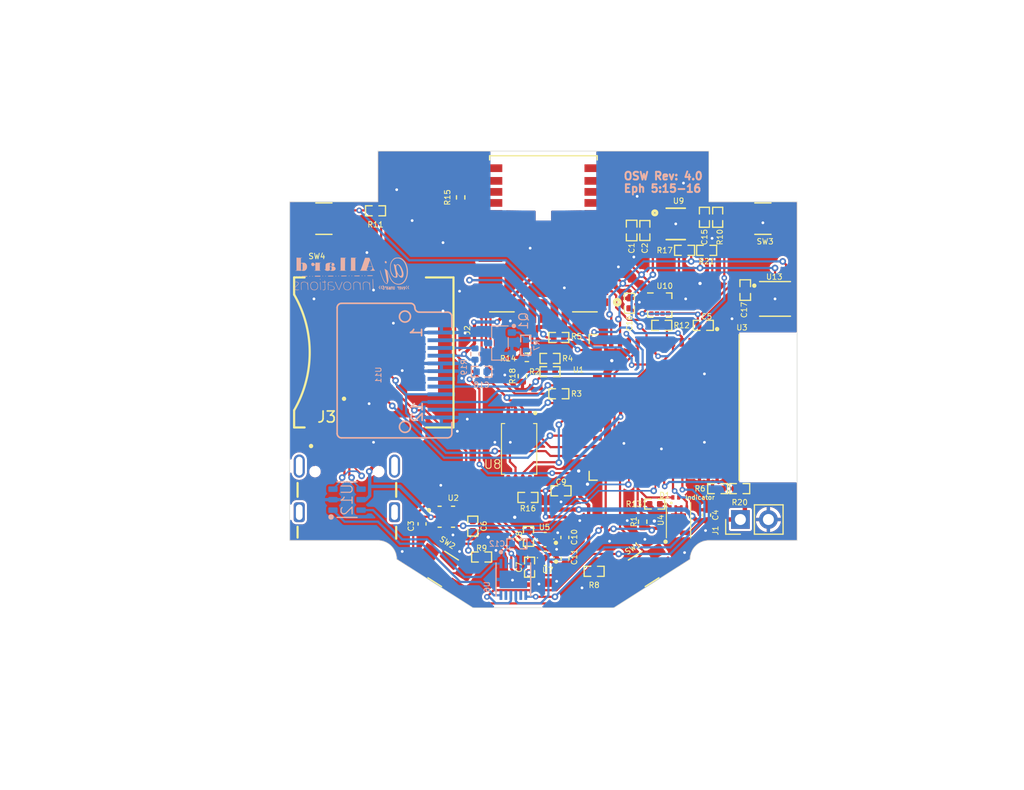
<source format=kicad_pcb>
(kicad_pcb (version 20240108) (generator "pcbnew") (generator_version "8.0")
  (title_block (title "Open-Smartwatch-GPS") (date "2023-10-21") (rev "${REVISION}"))
  (layers (0 "F.Cu" signal) (31 "B.Cu" signal) (34 "B.Paste" user) (35 "F.Paste" user) (36 "B.SilkS" user "B.Silkscreen") (37 "F.SilkS" user "F.Silkscreen") (38 "B.Mask" user) (39 "F.Mask" user) (44 "Edge.Cuts" user))
  (property "REVISION" "4.0")
  (net 0 "")
  (net 1 "GND")
  (net 2 "/3V3_2")
  (net 3 "/VBUS")
  (net 4 "/VBAT")
  (net 5 "+3V3")
  (net 6 "/VCC_SW")
  (net 7 "/VCC")
  (net 8 "/v3p3USB")
  (net 9 "Net-(D1-K)")
  (net 11 "/SD_CS")
  (net 12 "/MOSI")
  (net 13 "/SCLK")
  (net 14 "/MISO")
  (net 17 "/D_ESD+")
  (net 18 "/D_ESD-")
  (net 20 "/PIN_LED")
  (net 21 "/LEDK")
  (net 22 "/GPS_RX3V3")
  (net 23 "/GPS_RX2V8")
  (net 24 "/GPS_TX3V3")
  (net 25 "/GPS_TX2V8")
  (net 26 "/GPS_FON3V3")
  (net 27 "/GPS_FON2V8")
  (net 28 "/GEO_F3V3")
  (net 29 "/GEO_F2V8")
  (net 30 "/B_MON")
  (net 31 "/BTN2")
  (net 32 "/BTN3")
  (net 33 "/EN")
  (net 34 "/FLASH")
  (net 35 "/3DFIX_3V3")
  (net 36 "/3DFIX_2V8")
  (net 37 "Net-(U4-PROG)")
  (net 38 "/RAM_HOLD")
  (net 39 "/SDA")
  (net 40 "Net-(U1-RF_OUT)")
  (net 41 "/SCL")
  (net 42 "Net-(U1-RF_IN)")
  (net 43 "Net-(U11-LEDA)")
  (net 46 "/D-")
  (net 48 "/VLoad_EN")
  (net 49 "/STAT_PWR")
  (net 50 "/RTC_INT")
  (net 51 "/TFT_CS")
  (net 52 "/RAM_CS")
  (net 53 "/~{TFT_RST}")
  (net 54 "/RX")
  (net 55 "/TX")
  (net 57 "/D+")
  (net 69 "/TFT_DC")
  (net 82 "Net-(U2-CAP)")
  (footprint "AllardChip:RESC100X50X40L25N" (layer "F.Cu") (at 175.8 95.2 -90)
    (property "Reference" "R10")
    (property "Value" "10k" (hide yes))
  )
  (footprint "AllardChip:RESC100X50X40L25N" (layer "F.Cu") (at 161.4 106.1 180)
    (property "Reference" "R5")
    (property "Value" "1k" (hide yes))
  )
  (footprint "AllardChip:RESC100X50X40L25N" (layer "F.Cu") (at 164.6 127.3 180)
    (property "Reference" "R8")
    (property "Value" "10k" (hide yes))
  )
  (footprint "AllardChip:CAPC100X50X55L25N" (layer "F.Cu") (at 174.6 95.2 -90)
    (property "Reference" "C15")
    (property "Value" "100n" (hide yes))
  )
  (footprint "open-Smartwatch:XCVR_L96-M33" (layer "F.Cu") (at 160 96.7 180)
    (property "Reference" "U1")
    (property "Value" "L96-M33" (hide yes))
  )
  (footprint "open-Smartwatch:Harvatek_LED_osw" (layer "F.Cu") (at 172 120.6 180)
    (property "Reference" "D1")
    (property "Value" "LED_redSMD" (hide yes))
  )
  (footprint "Connector_PinHeader_2.54mm:PinHeader_1x02_P2.54mm_Vertical" (layer "F.Cu") (at 177.86 122.6 90)
    (property "Reference" "J1")
    (property "Value" "Conn_01x02" (hide yes))
  )
  (footprint "AllardChip:RESC100X50X40L25N" (layer "F.Cu") (at 154.4 126)
    (property "Reference" "R9")
    (property "Value" "10k" (hide yes))
  )
  (footprint "AllardChip:CAPC100X50X55L25N" (layer "F.Cu") (at 174.5 105)
    (property "Reference" "C5")
    (property "Value" "100n" (hide yes))
  )
  (footprint "AllardChip:CAPC100X50X55L25N" (layer "F.Cu") (at 153.6 123.2 -90)
    (property "Reference" "C6")
    (property "Value" "100n" (hide yes))
  )
  (footprint "open-Smartwatch:R_0402_1005Metric_osw" (layer "F.Cu") (at 169 122.8 -90)
    (property "Reference" "R1")
    (property "Value" "res0402_470" (hide yes))
  )
  (footprint "AllardChip:CAPC100X50X60L25N" (layer "F.Cu") (at 168 96.4 -90)
    (property "Reference" "C1")
    (property "Value" "1u" (hide yes))
  )
  (footprint "open-Smartwatch:XDCR_BH1792GLC-E2" (layer "F.Cu") (at 181 102.6)
    (property "Reference" "U13")
    (property "Value" "BH1792GLC-E2" (hide yes))
  )
  (footprint "open-Smartwatch:R_0402_1005Metric_osw" (layer "F.Cu") (at 158.1 109.6 -90)
    (property "Reference" "R18")
    (property "Value" "res0402_5p6k" (hide yes))
  )
  (footprint "open-Smartwatch:XCVR_ESP32-MINI-1" (layer "F.Cu") (at 170.95 112.4375 -90)
    (property "Reference" "U3")
    (property "Value" "ESP32-MINI-1" (hide yes))
  )
  (footprint "AllardChip:RESC100X50X40L25N" (layer "F.Cu") (at 160.6 108 180)
    (property "Reference" "R4")
    (property "Value" "10k" (hide yes))
  )
  (footprint "AllardChip:CAPC100X50X55L25N" (layer "F.Cu") (at 161.6 120)
    (property "Reference" "C9")
    (property "Value" "100n" (hide yes))
  )
  (footprint "AllardChip:RESC100X50X40L25N" (layer "F.Cu") (at 158.6 120.6 180)
    (property "Reference" "R16")
    (property "Value" "10k" (hide yes))
  )
  (footprint "AllardChip:RESC100X50X40L25N" (layer "F.Cu") (at 144.78 94.615 180)
    (property "Reference" "R11")
    (property "Value" "10k" (hide yes))
  )
  (footprint "open-Smartwatch:SW_EVQ-P7J01P" (layer "F.Cu") (at 150.9 127.1 -32.519)
    (property "Reference" "SW2")
    (property "Value" "SPST_EVQ-P7J01P" (hide yes))
  )
  (footprint "open-Smartwatch:C_0402_1005Metric_osw" (layer "F.Cu") (at 161.964 126.127 90)
    (property "Reference" "C11")
    (property "Value" "cap0402_4p7u10V" (hide yes))
  )
  (footprint "AllardChip:CAPC100X50X55L25N" (layer "F.Cu") (at 158.746 126.927 -90)
    (property "Reference" "C7")
    (property "Value" "100n" (hide yes))
  )
  (footprint "AllardChip:CAPC100X50X55L25N" (layer "F.Cu") (at 167.8 103 90)
    (property "Reference" "C16")
    (property "Value" "100n" (hide yes))
  )
  (footprint "AllardChip:RESC100X50X40L25N" (layer "F.Cu") (at 174.8 98.2 180)
    (property "Reference" "R21")
    (property "Value" "10k" (hide yes))
  )
  (footprint "AllardConnFootPrints:GCT_USB4105-GF-A" (layer "F.Cu") (at 142.185 121.94)
    (property "Reference" "J3")
    (property "Value" "USB4105-GF-A")
  )
  (footprint "open-Smartwatch:VREG_MIC5504-3.3YMT-TZ" (layer "F.Cu") (at 160.151 124.373 180)
    (property "Reference" "U5")
    (property "Value" "MIC5504-3p3" (hide yes))
  )
  (footprint "AllardChip:CAPC100X50X55L25N" (layer "F.Cu") (at 158.646 124.127 90)
    (property "Reference" "C8")
    (property "Value" "100n" (hide yes))
  )
  (footprint "AllardChip:RESC100X50X40L25N" (layer "F.Cu") (at 170.734 105 180)
    (property "Reference" "R12")
    (property "Value" "1k" (hide yes))
  )
  (footprint "Allard_dfn_qfn:PSON9P50_200X300X80L40X25T135X125L" (layer "F.Cu") (at 172.25 122.665)
    (property "Reference" "U4")
    (property "Value" "MCP73831T-2ACI" (hide yes))
  )
  (footprint "open-Smartwatch:GCT_MEM2067-02-180-00-A_REVB" (layer "F.Cu") (at 144.625 107.455 -90)
    (property "Reference" "J2")
    (property "Value" "microSD_MEM2067-02-180-00-A_REVB" (hide yes))
  )
  (footprint "open-Smartwatch:C_0402_1005Metric_osw" (layer "F.Cu") (at 149 123 90)
    (property "Reference" "C3")
    (property "Value" "cap0402_4p7u10V" (hide yes))
  )
  (footprint "AllardChip:RESC100X50X40L25N" (layer "F.Cu") (at 161.4 111.2 180)
    (property "Reference" "R3")
    (property "Value" "1k" (hide yes))
  )
  (footprint "open-Smartwatch:C_0402_1005Metric_osw" (layer "F.Cu") (at 174.8 122.2 90)
    (property "Reference" "C4")
    (property "Value" "cap0402_4p7u10V" (hide yes))
  )
  (footprint "AllardSOP:SOP8P65_300X640X120L47X24L" (layer "F.Cu") (at 157.8 116.2 180)
    (property "Reference" "U8")
    (property "Value" "23K256T-I/ST" (hide yes))
  )
  (footprint "AllardChip:RESC100X50X40L25N" (layer "F.Cu") (at 170.09 121.2 180)
    (property "Reference" "R13")
    (property "Value" "10k" (hide yes))
  )
  (footprint "open-Smartwatch:SW_EVQ-P7J01P" (layer "F.Cu") (at 140.1 95.3 180)
    (property "Reference" "SW4")
    (property "Value" "SPST_EVQ-P7J01P" (hide yes))
  )
  (footprint "open-Smartwatch:SW_EVQ-P7J01P" (layer "F.Cu") (at 169.1 127.1 32.52)
    (property "Reference" "SW1")
    (property "Value" "SPST_EVQ-P7J01P" (hide yes))
  )
  (footprint "open-Smartwatch:R_0402_1005Metric_osw" (layer "F.Cu") (at 158.5 107.9 180)
    (property "Reference" "R14")
    (property "Value" "res0402_56k" (hide yes))
  )
  (footprint "open-Smartwatch:uqfn_1p5x1p5_8_tps22933" (layer "F.Cu") (at 151.2 122.35)
    (property "Reference" "U2")
    (property "Value" "TPS22933" (hide yes))
  )
  (footprint "open-Smartwatch:R_0402_1005Metric_osw" (layer "F.Cu") (at 152.5 93.4 -90)
    (property "Reference" "R15")
    (property "Value" "res0402_0" (hide yes))
  )
  (footprint "AllardChip:RESC100X50X40L25N" (layer "F.Cu") (at 172.8 98.2)
    (property "Reference" "R17")
    (property "Value" "10k" (hide yes))
  )
  (footprint "AllardChip:RESC100X50X40L25N" (layer "F.Cu") (at 175.8 119.8 180)
    (property "Reference" "R6")
    (property "Value" "10k" (hide yes))
  )
  (footprint "open-Smartwatch:LGA-12_2x2mm_P0.5mm" (layer "F.Cu") (at 170.55 103.1625)
    (property "Reference" "U10")
    (property "Value" "BMA400" (hide yes))
  )
  (footprint "AllardChip:CAPC100X50X60L25N" (layer "F.Cu") (at 178.3 101.8 -90)
    (property "Reference" "C17")
    (property "Value" "1u" (hide yes))
  )
  (footprint "open-Smartwatch:VREG_MIC5504-3.3YMT-TZ" (layer "F.Cu") (at 160.164 126.073 180)
    (property "Reference" "U7")
    (property "Value" "MIC5504-3p3" (hide yes))
  )
  (footprint "open-Smartwatch:SW_EVQ-P7J01P" (layer "F.Cu") (at 179.9 95.3 180)
    (property "Reference" "SW3")
    (property "Value" "SPST_EVQ-P7J01P" (hide yes))
  )
  (footprint "AllardChip:CAPC100X50X55L25N" (layer "F.Cu") (at 169.2 96.4 -90)
    (property "Reference" "C2")
    (property "Value" "100n" (hide yes))
  )
  (footprint "AllardChip:RESC100X50X40L25N" (layer "F.Cu") (at 160.6 109.2 180)
    (property "Reference" "R2")
    (property "Value" "1k" (hide yes))
  )
  (footprint "open-Smartwatch:10-DFN(2.6X2.6)_PCF85063A" (layer "F.Cu") (at 172 95.8)
    (property "Reference" "U9")
    (property "Value" "PCF85063ATL/1,118" (hide yes))
  )
  (footprint "open-Smartwatch:C_0402_1005Metric_osw" (layer "F.Cu") (at 161.946 124.227 90)
    (property "Reference" "C10")
    (property "Value" "cap0402_4p7u10V" (hide yes))
  )
  (footprint "AllardChip:RESC100X50X40L25N" (layer "F.Cu") (at 177.8 119.8 180)
    (property "Reference" "R20")
    (property "Value" "10k" (hide yes))
  )
  (footprint "AllardChip:RESC100X50X40L25N" (layer "B.Cu") (at 158.4 106.8 -90)
    (property "Reference" "R7")
    (property "Value" "10k" (hide yes))
  )
  (footprint "open-Smartwatch:GC9A01_IPS_display_under" (layer "B.Cu") (at 150.5635 109.5 -90)
    (property "Reference" "U11")
    (property "Value" "GC9A01_IPS_display_SPI")
  )
  (footprint "open-Smartwatch:R_0402_1005Metric_osw" (layer "B.Cu") (at 153.8 107.6 90)
    (property "Reference" "R19")
    (property "Value" "res0402_470" (hide yes))
  )
  (footprint "AllardSOT:SOT23-3P95_240X105L35X42L" (layer "B.Cu") (at 156.062 106.6 -90)
    (property "Reference" "Q1")
    (property "Value" "Q_NMOS_ToshibaSMD")
  )
  (footprint "AllardSOT:SOT23-6P95_275X110L45X32N" (layer "B.Cu") (at 142.2 120.8 90)
    (property "Reference" "U12")
    (property "Value" "esd_USB_IP4234CZ6")
  )
  (footprint "open-Smartwatch:SON45P300X300X80-13N" (layer "B.Cu") (at 157.275 128.035 -90)
    (property "Reference" "U6")
    (property "Value" "FT234XD-R" (hide yes))
  )
  (footprint "AllardChip:CAPC100X50X55L25N" (layer "B.Cu") (at 157.6 124.8)
    (property "Reference" "C12")
    (property "Value" "100n" (hide yes))
  )
  (footprint "AllardFootPrints:aiLogo" (layer "B.Cu") (at 142.6 100.4 180)
    (property "Reference" "G1" (hide yes))
    (property "Value" "LOGO" (hide yes))
  )
  (footprint "AllardChip:CAPC100X50X60L25N" (layer "B.Cu") (at 154.4 109.2)
    (property "Reference" "C18")
    (property "Value" "1u" (hide yes))
  )
  (gr_line (start 145 89.2) (end 145 93.8) (stroke (width 0.05)) (layer "Edge.Cuts"))
  (gr_line (start 175 89.2) (end 175 93.8) (stroke (width 0.05)) (layer "Edge.Cuts"))
  (gr_line (start 173.299998 126.199999) (end 166.4 130.6) (stroke (width 0.05)) (layer "Edge.Cuts"))
  (gr_line (start 153.6 130.6) (end 146.7 126.200002) (stroke (width 0.05)) (layer "Edge.Cuts"))
  (gr_arc (start 173.299998 126.199999) (mid 173.797918 124.997917) (end 175 124.5) (stroke (width 0.05)) (layer "Edge.Cuts"))
  (gr_line (start 183 124.5) (end 175 124.5) (stroke (width 0.05)) (layer "Edge.Cuts"))
  (gr_line (start 166.4 130.6) (end 153.6 130.6) (stroke (width 0.05)) (layer "Edge.Cuts"))
  (gr_line (start 175 89.2) (end 145 89.2) (stroke (width 0.05)) (layer "Edge.Cuts"))
  (gr_line (start 137 93.8) (end 137 124.5) (stroke (width 0.05)) (layer "Edge.Cuts"))
  (gr_line (start 137 93.8) (end 145 93.8) (stroke (width 0.05)) (layer "Edge.Cuts"))
  (gr_line (start 137 124.5) (end 145 124.5) (stroke (width 0.05)) (layer "Edge.Cuts"))
  (gr_line (start 183 93.8) (end 175 93.8) (stroke (width 0.05)) (layer "Edge.Cuts"))
  (gr_arc (start 145 124.5) (mid 146.202082 124.997919) (end 146.7 126.200002) (stroke (width 0.05)) (layer "Edge.Cuts"))
  (gr_line (start 183 93.8) (end 183 124.5) (stroke (width 0.05)) (layer "Edge.Cuts"))
  (gr_text "OSW Rev: ${REVISION}\nEph 5:15-16" (at 167.2 93 0) (layer "B.SilkS") (effects (font (size 0.7 0.7) (thickness 0.175) (bold yes)) (justify left bottom)))
  (segment (start 172.5 122.415) (end 172.25 122.665) (width 0.2) (layer "F.Cu") (net 1))
  (segment (start 169.624 121.2) (end 170.05962 121.63562) (width 0.2) (layer "F.Cu") (net 1))
  (segment (start 161.617 125.3) (end 161.964 125.647) (width 0.2) (layer "F.Cu") (net 1))
  (segment (start 167.8 102.52) (end 168.32 102.52) (width 0.2) (layer "F.Cu") (net 1))
  (segment (start 180 102.25) (end 178.33 102.25) (width 0.2) (layer "F.Cu") (net 1))
  (segment (start 178.33 102.25) (end 178.3 102.28) (width 0.2) (layer "F.Cu") (net 1))
  (segment (start 172.5 121.53) (end 172.5 122.415) (width 0.2) (layer "F.Cu") (net 1))
  (segment (start 173.2446 95.8) (end 172 95.8) (width 0.2) (layer "F.Cu") (net 1))
  (segment (start 172 121.53) (end 172 122.415) (width 0.2) (layer "F.Cu") (net 1))
  (segment (start 160.664 124.034) (end 161.066 124.034) (width 0.2) (layer "F.Cu") (net 1))
  (segment (start 160.151 124.373) (end 160.325 124.373) (width 0.2) (layer "F.Cu") (net 1))
  (segment (start 172 122.415) (end 172.25 122.665) (width 0.2) (layer "F.Cu") (net 1))
  (segment (start 170.05962 121.63562) (end 170.05962 122.74038) (width 0.2) (layer "F.Cu") (net 1))
  (segment (start 175.292445 96.372445) (end 174.6 95.68) (width 0.2) (layer "F.Cu") (net 1))
  (segment (start 175.292445 97.107555) (end 175.292445 96.372445) (width 0.2) (layer "F.Cu") (net 1))
  (segment (start 168.32 102.52) (end 168.7 102.9) (width 0.2) (layer "F.Cu") (net 1))
  (segment (start 160.164 126.073) (end 160.338 126.073) (width 0.2) (layer "F.Cu") (net 1))
  (segment (start 160.766 125.734) (end 161.2 125.3) (width 0.2) (layer "F.Cu") (net 1))
  (segment (start 161.066 124.034) (end 161.3 123.8) (width 0.2) (layer "F.Cu") (net 1))
  (segment (start 153.28 124) (end 151.8 124) (width 0.2) (layer "F.Cu") (net 1))
  (segment (start 153.6 123.68) (end 153.28 124) (width 0.2) (layer "F.Cu") (net 1))
  (segment (start 160.677 125.734) (end 160.766 125.734) (width 0.2) (layer "F.Cu") (net 1))
  (segment (start 172 95.892164) (end 172 95.8) (width 0.2) (layer "F.Cu") (net 1))
  (segment (start 161.2 125.3) (end 161.617 125.3) (width 0.2) (layer "F.Cu") (net 1))
  (segment (start 170.7554 96.8) (end 171.092164 96.8) (width 0.2) (layer "F.Cu") (net 1))
  (segment (start 160.325 124.373) (end 160.664 124.034) (width 0.2) (layer "F.Cu") (net 1))
  (segment (start 160.338 126.073) (end 160.677 125.734) (width 0.2) (layer "F.Cu") (net 1))
  (segment (start 171.092164 96.8) (end 172 95.892164) (width 0.2) (layer "F.Cu") (net 1))
  (via (at 174.2 101.2) (size 0.6) (drill 0.3) (layers "F.Cu" "B.Cu") (net 1))
  (via (at 147.2 125.5) (size 0.51) (drill 0.25) (layers "F.Cu" "B.Cu") (net 1))
  (via (at 163.3 122.7) (size 0.51) (drill 0.25) (layers "F.Cu" "B.Cu") (net 1))
  (via (at 156.5 109.5) (size 0.51) (drill 0.25) (layers "F.Cu" "B.Cu") (net 1))
  (via (at 167.6 122.7) (size 0.51) (drill 0.25) (layers "F.Cu" "B.Cu") (net 1))
  (via (at 174.6 109.4) (size 0.51) (drill 0.25) (layers "F.Cu" "B.Cu") (net 1))
  (via (at 170.05962 122.74038) (size 0.6) (drill 0.3) (layers "F.Cu" "B.Cu") (net 1))
  (via (at 155 124.2) (size 0.6) (drill 0.3) (layers "F.Cu" "B.Cu") (net 1))
  (via (at 152.4 101.9) (size 0.51) (drill 0.25) (layers "F.Cu" "B.Cu") (net 1))
  (via (at 169.2 124.4) (size 0.51) (drill 0.25) (layers "F.Cu" "B.Cu") (net 1))
  (via (at 157 115.6) (size 0.51) (drill 0.25) (layers "F.Cu" "B.Cu") (net 1))
  (via (at 170.7 116.2) (size 0.51) (drill 0.25) (layers "F.Cu" "B.Cu") (net 1))
  (via (at 172.9 102.6) (size 0.51) (drill 0.25) (layers "F.Cu" "B.Cu") (net 1))
  (via (at 174.7 123.6) (size 0.51) (drill 0.25) (layers "F.Cu" "B.Cu") (net 1))
  (via (at 150.9 103.7) (size 0.51) (drill 0.25) (layers "F.Cu" "B.Cu") (net 1))
  (via (at 167.3 115.7) (size 0.51) (drill 0.25) (layers "F.Cu" "B.Cu") (net 1))
  (via (at 166 124.568911) (size 0.51) (drill 0.25) (layers "F.Cu" "B.Cu") (net 1))
  (via (at 161.2 125.3) (size 0.51) (drill 0.25) (layers "F.Cu" "B.Cu") (net 1))
  (via (at 152.6 109.8) (size 0.51) (drill 0.25) (layers "F.Cu" "B.Cu") (net 1))
  (via (at 172.8 125.6) (size 0.51) (drill 0.25) (layers "F.Cu" "B.Cu") (net 1))
  (via (at 144.6 101.8) (size 0.51) (drill 0.25) (layers "F.Cu" "B.Cu") (net 1))
  (via (at 164 119.4) (size 0.6) (drill 0.3) (layers "F.Cu" "B.Cu") (net 1))
  (via (at 157.2 128.1) (size 0.51) (drill 0.25) (layers "F.Cu" "B.Cu") (net 1))
  (via (at 168.5 93.3) (size 0.51) (drill 0.25) (layers "F.Cu" "B.Cu") (net 1))
  (via (at 158.7 127.4) (size 0.51) (drill 0.25) (layers "F.Cu" "B.Cu") (net 1))
  (via (at 168.7 102.9) (size 0.51) (drill 0.25) (layers "F.Cu" "B.Cu") (net 1))
  (via (at 163.2 118.2) (size 0.6) (drill 0.3) (layers "F.Cu" "B.Cu") (net 1))
  (via (at 157.4 122.4) (size 0.6) (drill 0.3) (layers "F.Cu" "B.Cu") (net 1))
  (via (at 161.6 121) (size 0.51) (drill 0.25) (layers "F.Cu" "B.Cu") (net 1))
  (via (at 181 102.6) (size 0.51) (drill 0.25) (layers "F.Cu" "B.Cu") (net 1))
  (via (at 144 98.4) (size 0.51) (drill 0.25) (layers "F.Cu" "B.Cu") (net 1))
  (via (at 146.4 104.8) (size 0.51) (drill 0.25) (layers "F.Cu" "B.Cu") (net 1))
  (via (at 147.2 109.1) (size 0.51) (drill 0.25) (layers "F.Cu" "B.Cu") (net 1))
  (via (at 174.6 115.6) (size 0.51) (drill 0.25) (layers "F.Cu" "B.Cu") (net 1))
  (via (at 172.7 92.1) (size 0.51) (drill 0.25) (layers "F.Cu" "B.Cu") (net 1))
  (via (at 152.4 125.5) (size 0.51) (drill 0.25) (layers "F.Cu" "B.Cu") (net 1))
  (via (at 166.2 108.2) (size 0.6) (drill 0.3) (layers "F.Cu" "B.Cu") (net 1))
  (via (at 172 95.8) (size 0.51) (drill 0.25) (layers "F.Cu" "B.Cu") (net 1))
  (via (at 163.5 128.8) (size 0.51) (drill 0.25) (layers "F.Cu" "B.Cu") (net 1))
  (via (at 153.1 113.5) (size 0.51) (drill 0.25) (layers "F.Cu" "B.Cu") (net 1))
  (via (at 161.2 128.2) (size 0.51) (drill 0.25) (layers "F.Cu" "B.Cu") (net 1))
  (via (at 150.7 119.5) (size 0.51) (drill 0.25) (layers "F.Cu" "B.Cu") (net 1))
  (via (at 157 104.6) (size 0.51) (drill 0.25) (layers "F.Cu" "B.Cu") (net 1))
  (via (at 151.8 124) (size 0.51) (drill 0.25) (layers "F.Cu" "B.Cu") (net 1))
  (via (at 155.6 115.6) (size 0.51) (drill 0.25) (layers "F.Cu" "B.Cu") (net 1))
  (via (at 139.2 102.6) (size 0.51) (drill 0.25) (layers "F.Cu" "B.Cu") (net 1))
  (via (at 150.9 97.5) (size 0.51) (drill 0.25) (layers "F.Cu" "B.Cu") (net 1))
  (via (at 144.6 115.6) (size 0.51) (drill 0.25) (layers "F.Cu" "B.Cu") (net 1))
  (via (at 161.3 123.8) (size 0.51) (drill 0.25) (layers "F.Cu" "B.Cu") (net 1))
  (via (at 158.8 98) (size 0.51) (drill 0.25) (layers "F.Cu" "B.Cu") (net 1))
  (via (at 159.6 128.453717) (size 0.51) (drill 0.25) (layers "F.Cu" "B.Cu") (net 1))
  (via (at 175.292445 97.107555) (size 0.51) (drill 0.25) (layers "F.Cu" "B.Cu") (net 1))
  (via (at 152.9 105.7) (size 0.51) (drill 0.25) (layers "F.Cu" "B.Cu") (net 1))
  (via (at 144.2 112.1) (size 0.51) (drill 0.25) (layers "F.Cu" "B.Cu") (net 1))
  (via (at 161.9 101.6) (size 0.51) (drill 0.25) (layers "F.Cu" "B.Cu") (net 1))
  (via (at 168.2 98.8) (size 0.51) (drill 0.25) (layers "F.Cu" "B.Cu") (net 1))
  (via (at 152.2 114.6) (size 0.51) (drill 0.25) (layers "F.Cu" "B.Cu") (net 1))
  (via (at 146.7 92.7) (size 0.51) (drill 0.25) (layers "F.Cu" "B.Cu") (net 1))
  (via (at 177.1 104.4) (size 0.51) (drill 0.25) (layers "F.Cu" "B.Cu") (net 1))
  (via (at 166.8 99.7) (size 0.51) (drill 0.25) (layers "F.Cu" "B.Cu") (net 1))
  (via (at 148.1 95.5) (size 0.51) (drill 0.25) (layers "F.Cu" "B.Cu") (net 1))
  (via (at 179.9 95.7) (size 0.51) (drill 0.25) (layers "F.Cu" "B.Cu") (net 1))
  (via (at 155.7 125.4) (size 0.51) (drill 0.25) (layers "F.Cu" "B.Cu") (net 1))
  (segment (start 157.2 128.1) (end 157.2 128.11) (width 0.2) (layer "B.Cu") (net 1))
  (segment (start 157.91 127.4) (end 157.275 128.035) (width 0.2) (layer "B.Cu") (net 1))
  (segment (start 158.4 126.91) (end 157.21 128.1) (width 0.2) (layer "B.Cu") (net 1))
  (segment (start 157.95 124.93) (end 157.95 126.6) (width 0.2) (layer "B.Cu") (net 1))
  (segment (start 157.95 127.36) (end 157.275 128.035) (width 0.2) (layer "B.Cu") (net 1))
  (segment (start 157.95 126.6) (end 157.95 127.36) (width 0.2) (layer "B.Cu") (net 1))
  (segment (start 156.76 113.35) (end 156.8 113.31) (width 0.2) (layer "B.Cu") (net 1))
  (segment (start 157.2 128.11) (end 157.275 128.035) (width 0.2) (layer "B.Cu") (net 1))
  (segment (start 158.4 126.6) (end 158.4 126.91) (width 0.2) (layer "B.Cu") (net 1))
  (segment (start 157.21 128.1) (end 157.2 128.1) (width 0.2) (layer "B.Cu") (net 1))
  (segment (start 158.08 124.8) (end 157.95 124.93) (width 0.2) (layer "B.Cu") (net 1))
  (segment (start 158.7 127.4) (end 157.91 127.4) (width 0.2) (layer "B.Cu") (net 1))
  (segment (start 164.1 124.781) (end 164.1 121.3) (width 0.3) (layer "F.Cu") (net 2))
  (segment (start 161.964 126.607) (end 162.274 126.607) (width 0.3) (layer "F.Cu") (net 2))
  (segment (start 155.8 104.7) (end 157 103.5) (width 0.3) (layer "F.Cu") (net 2))
  (segment (start 161.957 126.6) (end 161.964 126.607) (width 0.2) (layer "F.Cu") (net 2))
  (segment (start 153.7505 106.6495) (end 153.7505 104.7505) (width 0.3) (layer "F.Cu") (net 2))
  (segment (start 164.82 95.92) (end 164.8 95.9) (width 0.2) (layer "F.Cu") (net 2))
  (segment (start 164.8 94.9) (end 168.15 94.9) (width 0.2) (layer "F.Cu") (net 2))
  (segment (start 169.17 95.92) (end 164.82 95.92) (width 0.2) (layer "F.Cu") (net 2))
  (segment (start 157 102.625) (end 163.725 95.9) (width 0.3) (layer "F.Cu") (net 2))
  (segment (start 153.7505 104.7505) (end 153.7 104.7) (width 0.3) (layer "F.Cu") (net 2))
  (segment (start 164.8 95.9) (end 164.8 94.9) (width 0.3) (layer "F.Cu") (net 2))
  (segment (start 154.2 110.783942) (end 153.304475 109.888417) (width 0.2) (layer "F.Cu") (net 2))
  (segment (start 164.1 121.3) (end 163.3 120.5) (width 0.3) (layer "F.Cu") (net 2))
  (segment (start 157 103.5) (end 157 102.625) (width 0.3) (layer "F.Cu") (net 2))
  (segment (start 154.2 117.6) (end 154.2 110.783942) (width 0.2) (layer "F.Cu") (net 2))
  (segment (start 160.674 126.4) (end 160.874 126.6) (width 0.2) (layer "F.Cu") (net 2))
  (segment (start 162.274 126.607) (end 164.1 124.781) (width 0.3) (layer "F.Cu") (net 2))
  (segment (start 160.8 118.4) (end 162.3 118.4) (width 0.2) (layer "F.Cu") (net 2))
  (segment (start 163.725 95.9) (end 164.8 95.9) (width 0.3) (layer "F.Cu") (net 2))
  (segment (start 160.874 126.6) (end 161.957 126.6) (width 0.2) (layer "F.Cu") (net 2))
  (segment (start 152.8 107.6) (end 153.7505 106.6495) (width 0.3) (layer "F.Cu") (net 2))
  (segment (start 162.3 118.4) (end 163.3 119.4) (width 0.2) (layer "F.Cu") (net 2))
  (segment (start 168.15 94.9) (end 169.17 95.92) (width 0.2) (layer "F.Cu") (net 2))
  (segment (start 163.3 120.5) (end 163.3 119.4) (width 0.3) (layer "F.Cu") (net 2))
  (via (at 154.2 117.6) (size 0.51) (drill 0.25) (layers "F.Cu" "B.Cu") (net 2))
  (via (at 160.8 118.4) (size 0.51) (drill 0.25) (layers "F.Cu" "B.Cu") (net 2))
  (via (at 153.7 104.7) (size 0.51) (drill 0.25) (layers "F.Cu" "B.Cu") (net 2))
  (via (at 153.304475 109.888417) (size 0.51) (drill 0.25) (layers "F.Cu" "B.Cu") (net 2))
  (via (at 152.8 107.6) (size 0.51) (drill 0.25) (layers "F.Cu" "B.Cu") (net 2))
  (via (at 155.8 104.7) (size 0.51) (drill 0.25) (layers "F.Cu" "B.Cu") (net 2))
  (segment (start 152.8 107.6) (end 152.65 107.75) (width 0.2) (layer "B.Cu") (net 2))
  (segment (start 155 118.4) (end 160.8 118.4) (width 0.2) (layer "B.Cu") (net 2))
  (segment (start 153.31 108.11) (end 152.8 107.6) (width 0.2) (layer "B.Cu") (net 2))
  (segment (start 153.8 109.08) (end 153.92 109.2) (width 0.2) (layer "B.Cu") (net 2))
  (segment (start 153.8 108.11) (end 153.8 109.08) (width 0.2) (layer "B.Cu") (net 2))
  (segment (start 153.8 108.11) (end 153.31 108.11) (width 0.2) (layer "B.Cu") (net 2))
  (segment (start 154.2 117.6) (end 155 118.4) (width 0.2) (layer "B.Cu") (net 2))
  (segment (start 153.92 109.272892) (end 153.304475 109.888417) (width 0.2) (layer "B.Cu") (net 2))
  (segment (start 153.92 109.2) (end 153.92 109.272892) (width 0.2) (layer "B.Cu") (net 2))
  (segment (start 155.8 104.7) (end 153.7 104.7) (width 0.3) (layer "B.Cu") (net 2))
  (segment (start 152.65 107.75) (end 150.75 107.75) (width 0.2) (layer "B.Cu") (net 2))
  (segment (start 149.75 122.35) (end 149.17 122.35) (width 0.2) (layer "F.Cu") (net 3))
  (segment (start 166.072396 123.445) (end 161.872396 127.645) (width 0.2) (layer "F.Cu") (net 3))
  (segment (start 144.4 118.055186) (end 144.4 117.980406) (width 0.3) (layer "F.Cu") (net 3))
  (segment (start 169 123.31) (end 169.5656 123.31) (width 0.3) (layer "F.Cu") (net 3))
  (segment (start 170.985 123.4) (end 171.385 123.8) (width 0.3) (layer "F.Cu") (net 3))
  (segment (start 169.6556 123.4) (end 170.985 123.4) (width 0.3) (layer "F.Cu") (net 3))
  (segment (start 157.089 125.6805) (end 156.2085 124.8) (width 0.2) (layer "F.Cu") (net 3))
  (segment (start 149.16 122.52) (end 149 122.52) (width 0.2) (layer "F.Cu") (net 3))
  (segment (start 161.872396 127.645) (end 159.555 127.645) (width 0.2) (layer "F.Cu") (net 3))
  (segment (start 139.785 116.31) (end 140.32 115.775) (width 0.3) (layer "F.Cu") (net 3))
  (segment (start 159.2 128) (end 158 128) (width 0.2) (layer "F.Cu") (net 3))
  (segment (start 151.44 124.8) (end 149.16 122.52) (width 0.2) (layer "F.Cu") (net 3))
  (segment (start 140.32 115.775) (end 143.775 115.775) (width 0.3) (layer "F.Cu") (net 3))
  (segment (start 139.785 117.185) (end 139.785 116.31) (width 0.3) (layer "F.Cu") (net 3))
  (segment (start 159.555 127.645) (end 159.2 128) (width 0.2) (layer "F.Cu") (net 3))
  (segment (start 157.089 127.089) (end 157.089 125.6805) (width 0.2) (layer "F.Cu") (net 3))
  (segment (start 158 128) (end 157.089 127.089) (width 0.2) (layer "F.Cu") (net 3))
  (segment (start 144.585 117.795406) (end 144.585 117.185) (width 0.3) (layer "F.Cu") (net 3))
  (segment (start 149.85 122.35) (end 149.8 122.4) (width 0.2) (layer "F.Cu") (net 3))
  (segment (start 171.385 123.8) (end 171.975 123.8) (width 0.3) (layer "F.Cu") (net 3))
  (segment (start 149.17 122.35) (end 149 122.52) (width 0.2) (layer "F.Cu") (net 3))
  (segment (start 144.211435 118.243751) (end 144.4 118.055186) (width 0.3) (layer "F.Cu") (net 3))
  (segment (start 144.585 116.585) (end 144.585 117.185) (width 0.3) (layer "F.Cu") (net 3))
  (segment (start 144.4 117.980406) (end 144.585 117.795406) (width 0.3) (layer "F.Cu") (net 3))
  (segment (start 143.775 115.775) (end 144.585 116.585) (width 0.3) (layer "F.Cu") (net 3))
  (segment (start 156.2085 124.8) (end 151.44 124.8) (width 0.2) (layer "F.Cu") (net 3))
  (segment (start 149.8 122.4) (end 149.75 122.35) (width 0.2) (layer "F.Cu") (net 3))
  (segment (start 166.355 123.445) (end 166.072396 123.445) (width 0.2) (layer "F.Cu") (net 3))
  (segment (start 150.525 122.35) (end 149.85 122.35) (width 0.2) (layer "F.Cu") (net 3))
  (segment (start 169.5656 123.31) (end 169.6556 123.4) (width 0.3) (layer "F.Cu") (net 3))
  (via (at 144.211435 118.243751) (size 0.6) (drill 0.3) (layers "F.Cu" "B.Cu") (net 3))
  (via (at 166.355 123.445) (size 0.6) (drill 0.3) (layers "F.Cu" "B.Cu") (net 3))
  (via (at 169.8278 123.5722) (size 0.6) (drill 0.3) (layers "F.Cu" "B.Cu") (net 3))
  (via (at 157.089 125.6805) (size 0.51) (drill 0.25) (layers "F.Cu" "B.Cu") (net 3))
  (via (at 149.8 122.4) (size 0.51) (drill 0.25) (layers "F.Cu" "B.Cu") (net 3))
  (segment (start 169.7006 123.445) (end 166.355 123.445) (width 0.2) (layer "B.Cu") (net 3))
  (segment (start 157.5 126.6) (end 157.5 126.08513) (width 0.2) (layer "B.Cu") (net 3))
  (segment (start 143.475 120.8) (end 143.899999 120.8) (width 0.3) (layer "B.Cu") (net 3))
  (segment (start 147 119.6) (end 144.25 119.6) (width 0.3) (layer "B.Cu") (net 3))
  (segment (start 149.8 122.4) (end 147 119.6) (width 0.3) (layer "B.Cu") (net 3))
  (segment (start 144.25 119.6) (end 144.25 118.282316) (width 0.3) (layer "B.Cu") (net 3))
  (segment (start 144.25 118.282316) (end 144.211435 118.243751) (width 0.3) (layer "B.Cu") (net 3))
  (segment (start 143.899999 120.8) (end 144.25 120.449999) (width 0.3) (layer "B.Cu") (net 3))
  (segment (start 157.09537 125.6805) (end 157.089 125.6805) (width 0.2) (layer "B.Cu") (net 3))
  (segment (start 169.8278 123.5722) (end 169.7006 123.445) (width 0.2) (layer "B.Cu") (net 3))
  (segment (start 144.25 120.449999) (end 144.25 119.6) (width 0.3) (layer "B.Cu") (net 3))
  (segment (start 157.5 126.08513) (end 157.09537 125.6805) (width 0.2) (layer "B.Cu") (net 3))
  (segment (start 163.212467 121.7) (end 156.9 121.7) (width 0.4) (layer "F.Cu") (net 4))
  (segment (start 173.88 122.68) (end 174.8 122.68) (width 0.4) (layer "F.Cu") (net 4))
  (segment (start 156.9 121.7) (end 156.125 120.925) (width 0.4) (layer "F.Cu") (net 4))
  (segment (start 174.8 122.68) (end 174.490001 122.68) (width 0.4) (layer "F.Cu") (net 4))
  (segment (start 174.88 122.6) (end 174.8 122.68) (width 0.4) (layer "F.Cu") (net 4))
  (segment (start 174.490001 122.68) (end 173.370001 123.8) (width 0.4) (layer "F.Cu") (net 4))
  (segment (start 173.370001 123.8) (end 172.525 123.8) (width 0.4) (layer "F.Cu") (net 4))
  (segment (start 150.966344 120.925) (end 150.525 121.366344) (width 0.4) (layer "F.Cu") (net 4))
  (segment (start 177.86 122.6) (end 178.266 122.194) (width 0.4) (layer "F.Cu") (net 4))
  (segment (start 177.86 122.6) (end 174.88 122.6) (width 0.4) (layer "F.Cu") (net 4))
  (segment (start 173.492892 122.292892) (end 173.88 122.68) (width 0.4) (layer "F.Cu") (net 4))
  (segment (start 150.525 121.366344) (end 150.525 121.85) (width 0.4) (layer "F.Cu") (net 4))
  (segment (start 178.266 122.194) (end 178.266 119.8) (width 0.4) (layer "F.Cu") (net 4))
  (segment (start 156.125 120.925) (end 150.966344 120.925) (width 0.4) (layer "F.Cu") (net 4))
  (via (at 173.492892 122.292892) (size 0.6) (drill 0.3) (layers "F.Cu" "B.Cu") (net 4))
  (via (at 163.212467 121.7) (size 0.6) (drill 0.3) (layers "F.Cu" "B.Cu") (net 4))
  (segment (start 172.9 121.7) (end 163.212467 121.7) (width 0.4) (layer "B.Cu") (net 4))
  (segment (start 173.492892 122.292892) (end 172.9 121.7) (width 0.4) (layer "B.Cu") (net 4))
  (segment (start 174 104) (end 173.9125 103.9125) (width 0.2) (layer "F.Cu") (net 5))
  (segment (start 145.29 99.11) (end 142.9 101.5) (width 0.2) (layer "F.Cu") (net 5))
  (segment (start 172.4875 109) (end 174.15 107.3375) (width 0.3) (layer "F.Cu") (net 5))
  (segment (start 167 113.3) (end 167 111.4) (width 0.3) (layer "F.Cu") (net 5))
  (segment (start 150.187744 120.4) (end 156.8 120.4) (width 0.2) (layer "F.Cu") (net 5))
  (segment (start 168.965514 103.9455) (end 169.498514 103.4125) (width 0.2) (layer "F.Cu") (net 5))
  (segment (start 158.755 121.2) (end 159.11 120.845) (width 0.2) (layer "F.Cu") (net 5))
  (segment (start 179.77 101.32) (end 178.3 101.32) (width 0.15) (layer "F.Cu") (net 5))
  (segment (start 173.9125 103.9125) (end 171.3125 103.9125) (width 0.2) (layer "F.Cu") (net 5))
  (segment (start 161.9545 122.3545) (end 162.8 123.2) (width 0.3) (layer "F.Cu") (net 5))
  (segment (start 175.31 97.91) (end 174.6 97.2) (width 0.2) (layer "F.Cu") (net 5))
  (segment (start 175.31 101.61) (end 176 102.3) (width 0.2) (layer "F.Cu") (net 5))
  (segment (start 172.29 100.69) (end 174.95 103.35) (width 0.2) (layer "F.Cu") (net 5))
  (segment (start 174 104) (end 174.3 104) (width 0.2) (layer "F.Cu") (net 5))
  (segment (start 140.5 107.425) (end 141.875 107.425) (width 0.2) (layer "F.Cu") (net 5))
  (segment (start 159.51 120) (end 160.2 120) (width 0.2) (layer "F.Cu") (net 5))
  (segment (start 167.98 103.48) (end 167.8 103.48) (width 0.2) (layer "F.Cu") (net 5))
  (segment (start 160.661 124.7) (end 161.939 124.7) (width 0.2) (layer "F.Cu") (net 5))
  (segment (start 145.29 94.615) (end 145.29 99.11) (width 0.2) (layer "F.Cu") (net 5))
  (segment (start 172.29 98.2) (end 172.29 100.69) (width 0.2) (layer "F.Cu") (net 5))
  (segment (start 141.5 112.5) (end 140.5 111.5) (width 0.2) (layer "F.Cu") (net 5))
  (segment (start 162.256 124.707) (end 161.946 124.707) (width 0.3) (layer "F.Cu") (net 5))
  (segment (start 158.775 119.111) (end 159.11 119.446) (width 0.2) (layer "F.Cu") (net 5))
  (segment (start 167 111.4) (end 169.4 109) (width 0.3) (layer "F.Cu") (net 5))
  (segment (start 157.6 121.2) (end 158.755 121.2) (width 0.2) (layer "F.Cu") (net 5))
  (segment (start 162.8 124.163) (end 162.256 124.707) (width 0.3) (layer "F.Cu") (net 5))
  (segment (start 148.2 125.951177) (end 148.2 122.387744) (width 0.2) (layer "F.Cu") (net 5))
  (segment (start 173.3246 94.72) (end 173.2446 94.8) (width 0.2) (layer "F.Cu") (net 5))
  (segment (start 159.11 120.845) (end 159.11 120.4) (width 0.2) (layer "F.Cu") (net 5))
  (segment (start 167.971989 128.678992) (end 169.907327 126.743654) (width 0.2) (layer "F.Cu") (net 5))
  (segment (start 168.965514 103.9455) (end 168.4455 103.9455) (width 0.2) (layer "F.Cu") (net 5))
  (segment (start 174 104) (end 174 104.95) (width 0.2) (layer "F.Cu") (net 5))
  (segment (start 175.31 98.2) (end 175.31 101.61) (width 0.2) (layer "F.Cu") (net 5))
  (segment (start 174.3 104) (end 174.95 103.35) (width 0.2) (layer "F.Cu") (net 5))
  (segment (start 150.145 119.045) (end 143.6 112.5) (width 0.2) (layer "F.Cu") (net 5))
  (segment (start 176 102.3) (end 176.98 101.32) (width 0.2) (layer "F.Cu") (net 5))
  (segment (start 168.4455 103.9455) (end 167.98 103.48) (width 0.2) (layer "F.Cu") (net 5))
  (segment (start 176.98 101.32) (end 178.3 101.32) (width 0.2) (layer "F.Cu") (net 5))
  (segment (start 169.498514 103.4125) (end 169.7875 103.4125) (width 0.2) (layer "F.Cu") (net 5))
  (segment (start 156.8 120.4) (end 157.6 121.2) (width 0.2) (layer "F.Cu") (net 5))
  (segment (start 160.2 122.3545) (end 161.9545 122.3545) (width 0.3) (layer "F.Cu") (net 5))
  (segment (start 159.11 119.446) (end 159.11 120.4) (width 0.2) (layer "F.Cu") (net 5))
  (segment (start 140.5 102.6) (end 140.5 106.65) (width 0.2) (layer "F.Cu") (net 5))
  (segment (start 150.187744 120.4) (end 150.145 120.357256) (width 0.2) (layer "F.Cu") (net 5))
  (segment (start 141.6 101.5) (end 140.5 102.6) (width 0.2) (layer "F.Cu") (net 5))
  (segment (start 173.9 94.72) (end 173.3246 94.72) (width 0.2) (layer "F.Cu") (net 5))
  (segment (start 174.15 105.1) (end 174.05 105) (width 0.3) (layer "F.Cu") (net 5))
  (segment (start 167.971989 128.678992) (end 166.442764 130.208217) (width 0.2) (layer "F.Cu") (net 5))
  (segment (start 150.145 120.357256) (end 150.145 119.045) (width 0.2) (layer "F.Cu") (net 5))
  (segment (start 161.939 124.7) (end 161.946 124.707) (width 0.2) (layer "F.Cu") (net 5))
  (segment (start 174.6 96.75295) (end 173.9 96.05295) (width 0.2) (layer "F.Cu") (net 5))
  (segment (start 148.992477 126.743654) (end 148.2 125.951177) (width 0.2) (layer "F.Cu") (net 5))
  (segment (start 143.6 112.5) (end 141.5 112.5) (width 0.2) (layer "F.Cu") (net 5))
  (segment (start 174.6 97.2) (end 174.6 96.75295) (width 0.2) (layer "F.Cu") (net 5))
  (segment (start 150.092673 126.743654) (end 148.992477 126.743654) (width 0.2) (layer "F.Cu") (net 5))
  (segment (start 173.9 96.05295) (end 173.9 94.72) (width 0.2) (layer "F.Cu") (net 5))
  (segment (start 159.11 120.4) (end 159.51 120) (width 0.2) (layer "F.Cu") (net 5))
  (segment (start 161.12 120) (end 160.2 120) (width 0.2) (layer "F.Cu") (net 5))
  (segment (start 153.557236 130.208217) (end 150.092673 126.743654) (width 0.2) (layer "F.Cu") (net 5))
  (segment (start 166.442764 130.208217) (end 153.557236 130.208217) (width 0.2) (layer "F.Cu") (net 5))
  (segment (start 180 101.55) (end 179.77 101.32) (width 0.15) (layer "F.Cu") (net 5))
  (segment (start 174 104.95) (end 174.05 105) (width 0.2) (layer "F.Cu") (net 5))
  (segment (start 142.9 101.5) (end 141.6 101.5) (width 0.2) (layer "F.Cu") (net 5))
  (segment (start 175.8 94.734) (end 175.786 94.72) (width 0.2) (layer "F.Cu") (net 5))
  (segment (start 175.31 98.2) (end 175.31 97.91) (width 0.2) (layer "F.Cu") (net 5))
  (segment (start 169.907327 126.743654) (end 171.007523 126.743654) (width 0.2) (layer "F.Cu") (net 5))
  (segment (start 162.8 123.2) (end 162.8 124.163) (width 0.3) (layer "F.Cu") (net 5))
  (segment (start 148.2 122.387744) (end 150.187744 120.4) (width 0.2) (layer "F.Cu") (net 5))
  (segment (start 174.15 107.3375) (end 174.15 105.1) (width 0.3) (layer "F.Cu") (net 5))
  (segment (start 140.5 111.5) (end 140.5 106.65) (width 0.2) (layer "F.Cu") (net 5))
  (segment (start 169.4 109) (end 172.4875 109) (width 0.3) (layer "F.Cu") (net 5))
  (segment (start 174.95 103.35) (end 176 102.3) (width 0.2) (layer "F.Cu") (net 5))
  (segment (start 175.786 94.72) (end 173.9 94.72) (width 0.2) (layer "F.Cu") (net 5))
  (via (at 168.965514 103.9455) (size 0.51) (drill 0.25) (layers "F.Cu" "B.Cu") (net 5))
  (via (at 167 113.3) (size 0.51) (drill 0.25) (layers "F.Cu" "B.Cu") (net 5))
  (via (at 174 104) (size 0.51) (drill 0.25) (layers "F.Cu" "B.Cu") (net 5))
  (via (at 160.2 122.3545) (size 0.51) (drill 0.25) (layers "F.Cu" "B.Cu") (net 5))
  (via (at 160.2 120) (size 0.51) (drill 0.25) (layers "F.Cu" "B.Cu") (net 5))
  (segment (start 173.9455 103.9455) (end 168.965514 103.9455) (width 0.2) (layer "B.Cu") (net 5))
  (segment (start 160.2 122.3545) (end 160.2 120) (width 0.3) (layer "B.Cu") (net 5))
  (segment (start 167 113.3) (end 166.9 113.3) (width 0.3) (layer "B.Cu") (net 5))
  (segment (start 166.9 113.3) (end 160.2 120) (width 0.3) (layer "B.Cu") (net 5))
  (segment (start 174 104) (end 173.9455 103.9455) (width 0.2) (layer "B.Cu") (net 5))
  (segment (start 154.85 121.85) (end 158.746 125.746) (width 0.2) (layer "F.Cu") (net 6))
  (segment (start 158.746 125.746) (end 158.746 126.447) (width 0.2) (layer "F.Cu") (net 6))
  (segment (start 159.466 125.727) (end 158.746 126.447) (width 0.2) (layer "F.Cu") (net 6))
  (segment (start 151.875 121.85) (end 154.85 121.85) (width 0.2) (layer "F.Cu") (net 6))
  (segment (start 158.791 126.402) (end 158.746 126.447) (width 0.2) (layer "F.Cu") (net 6))
  (segment (start 159.646 125.727) (end 159.466 125.727) (width 0.2) (layer "F.Cu") (net 6))
  (segment (start 159.652 126.402) (end 158.791 126.402) (width 0.2) (layer "F.Cu") (net 6))
  (segment (start 151.475 121.425) (end 155.025 121.425) (width 0.2) (layer "F.Cu") (net 7))
  (segment (start 159.226 124.027) (end 158.646 124.607) (width 0.2) (layer "F.Cu") (net 7))
  (segment (start 158.741 124.702) (end 158.646 124.607) (width 0.2) (layer "F.Cu") (net 7))
  (segment (start 159.633 124.027) (end 159.226 124.027) (width 0.2) (layer "F.Cu") (net 7))
  (segment (start 155.025 121.425) (end 158.207 124.607) (width 0.2) (layer "F.Cu") (net 7))
  (segment (start 158.207 124.607) (end 158.646 124.607) (width 0.2) (layer "F.Cu") (net 7))
  (segment (start 151.2 121.7) (end 151.475 121.425) (width 0.2) (layer "F.Cu") (net 7))
  (segment (start 159.639 124.702) (end 158.741 124.702) (width 0.2) (layer "F.Cu") (net 7))
  (segment (start 168.55 107.265111) (end 168.55 106.5375) (width 0.2) (layer "F.Cu") (net 8))
  (segment (start 165.65 117.15) (end 166.445 116.355) (width 0.2) (layer "F.Cu") (net 8))
  (segment (start 165.8 122.8) (end 165.65 122.65) (width 0.2) (layer "F.Cu") (net 8))
  (segment (start 165.65 122.65) (end 165.65 117.15) (width 0.2) (layer "F.Cu") (net 8))
  (segment (start 166.445 109.370111) (end 168.55 107.265111) (width 0.2) (layer "F.Cu") (net 8))
  (segment (start 165 123.6) (end 165.8 122.8) (width 0.2) (layer "F.Cu") (net 8))
  (segment (start 166.445 116.355) (end 166.445 109.370111) (width 0.2) (layer "F.Cu") (net 8))
  (via (at 165 123.6) (size 0.6) (drill 0.3) (layers "F.Cu" "B.Cu") (net 8))
  (segment (start 156.6 126.08513) (end 156.4 125.88513) (width 0.2) (layer "B.Cu") (net 8))
  (segment (start 157.5 129.47) (end 157.5 129.98487) (width 0.2) (layer "B.Cu") (net 8))
  (segment (start 156.6 126.6) (end 156.6 126.08513) (width 0.2) (layer "B.Cu") (net 8))
  (segment (start 157.05 126.6) (end 156.6 126.6) (width 0.15) (layer "B.Cu") (net 8))
  (segment (start 159.7645 130.19) (end 159.8 130.1545) (width 0.2) (layer "B.Cu") (net 8))
  (segment (start 162.37 126.23) (end 160.455 126.23) (width 0.2) (layer "B.Cu") (net 8))
  (segment (start 158.5 123.9) (end 157.5 123.9) (width 0.2) (layer "B.Cu") (net 8))
  (segment (start 157.70513 130.19) (end 159.7645 130.19) (width 0.2) (layer "B.Cu") (net 8))
  (segment (start 157.5 129.98487) (end 157.70513 130.19) (width 0.2) (layer "B.Cu") (net 8))
  (segment (start 165 123.6) (end 162.37 126.23) (width 0.2) (layer "B.Cu") (net 8))
  (segment (start 157.12 124.28) (end 157.12 124.8) (width 0.2) (layer "B.Cu") (net 8))
  (segment (start 159.8 130.1545) (end 160.455 129.4995) (width 0.2) (layer "B.Cu") (net 8))
  (segment (start 157.5 123.9) (end 157.12 124.28) (width 0.2) (layer "B.Cu") (net 8))
  (segment (start 160.455 129.4995) (end 160.455 126.23) (width 0.2) (layer "B.Cu") (net 8))
  (segment (start 160.455 126.23) (end 160.455 125.855) (width 0.2) (layer "B.Cu") (net 8))
  (segment (start 160.455 125.855) (end 158.5 123.9) (width 0.2) (layer "B.Cu") (net 8))
  (segment (start 156.4 125.52) (end 157.12 124.8) (width 0.2) (layer "B.Cu") (net 8))
  (segment (start 156.4 125.88513) (end 156.4 125.52) (width 0.2) (layer "B.Cu") (net 8))
  (segment (start 173 121) (end 173 121.53) (width 0.2) (layer "F.Cu") (net 9))
  (segment (start 172.6 120.6) (end 173 121) (width 0.2) (layer "F.Cu") (net 9))
  (segment (start 172.2625 120.6) (end 172.6 120.6) (width 0.2) (layer "F.Cu") (net 9))
  (segment (start 143.625 109.625) (end 141.875 109.625) (width 0.2) (layer "F.Cu") (net 11))
  (segment (start 146.3 112.3) (end 143.625 109.625) (width 0.2) (layer "F.Cu") (net 11))
  (segment (start 164.3625 113.6375) (end 164.9 113.6375) (width 0.2) (layer "F.Cu") (net 11))
  (segment (start 160.6 115) (end 163 115) (width 0.2) (layer "F.Cu") (net 11))
  (segment (start 163 115) (end 164.3625 113.6375) (width 0.2) (layer "F.Cu") (net 11))
  (via (at 146.3 112.3) (size 0.6) (drill 0.3) (layers "F.Cu" "B.Cu") (net 11))
  (via (at 160.6 115) (size 0.6) (drill 0.3) (layers "F.Cu" "B.Cu") (net 11))
  (segment (start 146.3 112.3) (end 151 117) (width 0.2) (layer "B.Cu") (net 11))
  (segment (start 151 117) (end 158.6 117) (width 0.2) (layer "B.Cu") (net 11))
  (segment (start 158.6 117) (end 160.6 115) (width 0.2) (layer "B.Cu") (net 11))
  (segment (start 154.711 119.111) (end 153 117.4) (width 0.2) (layer "F.Cu") (net 12))
  (segment (start 164.7375 109.8) (end 164.9 109.6375) (width 0.2) (layer "F.Cu") (net 12))
  (segment (start 144.129264 108.525) (end 141.875 108.525) (width 0.2) (layer "F.Cu") (net 12))
  (segment (start 149.297868 112.697868) (end 148.302132 112.697868) (width 0.2) (layer "F.Cu") (net 12))
  (segment (start 153 117.4) (end 153 116.4) (width 0.2) (layer "F.Cu") (net 12))
  (segment (start 156.825 119.111) (end 154.711 119.111) (width 0.2) (layer "F.Cu") (net 12))
  (segment (start 148.302132 112.697868) (end 144.129264 108.525) (width 0.2) (layer "F.Cu") (net 12))
  (segment (start 153 116.4) (end 149.297868 112.697868) (width 0.2) (layer "F.Cu") (net 12))
  (segment (start 159.6 109.8) (end 164.7375 109.8) (width 0.2) (layer "F.Cu") (net 12))
  (segment (start 159.3 110.1) (end 159.6 109.8) (width 0.2) (layer "F.Cu") (net 12))
  (via (at 148.302132 112.697868) (size 0.6) (drill 0.3) (layers "F.Cu" "B.Cu") (net 12))
  (via (at 159.3 110.1) (size 0.6) (drill 0.3) (layers "F.Cu" "B.Cu") (net 12))
  (segment (start 149.05 111.95) (end 150.75 111.95) (width 0.2) (layer "B.Cu") (net 12))
  (segment (start 155.85 110.95) (end 154.85 111.95) (width 0.2) (layer "B.Cu") (net 12))
  (segment (start 158.45 110.95) (end 155.85 110.95) (width 0.2) (layer "B.Cu") (net 12))
  (segment (start 159.3 110.1) (end 158.45 110.95) (width 0.2) (layer "B.Cu") (net 12))
  (segment (start 154.85 111.95) (end 150.75 111.95) (width 0.2) (layer "B.Cu") (net 12))
  (segment (start 148.302132 112.697868) (end 149.05 111.95) (width 0.2) (layer "B.Cu") (net 12))
  (segment (start 160.2 116.4) (end 160.6375 116.8375) (width 0.2) (layer "F.Cu") (net 13))
  (segment (start 160.6375 116.8375) (end 164.9 116.8375) (width 0.2) (layer "F.Cu") (net 13))
  (segment (start 155.6 116.4) (end 160.2 116.4) (width 0.2) (layer "F.Cu") (net 13))
  (segment (start 156.965 116.4) (end 156.965 117.365) (width 0.2) (layer "F.Cu") (net 13))
  (segment (start 146.6 110) (end 142.925 106.325) (width 0.2) (layer "F.Cu") (net 13))
  (segment (start 156.965 117.365) (end 157.475 117.875) (width 0.2) (layer "F.Cu") (net 13))
  (segment (start 142.925 106.325) (end 141.875 106.325) (width 0.2) (layer "F.Cu") (net 13))
  (segment (start 157.475 117.875) (end 157.475 119.111) (width 0.2) (layer "F.Cu") (net 13))
  (via (at 155.6 116.4) (size 0.6) (drill 0.3) (layers "F.Cu" "B.Cu") (net 13))
  (via (at 146.6 110) (size 0.6) (drill 0.3) (layers "F.Cu" "B.Cu") (net 13))
  (segment (start 151.155 116.555) (end 147.55 112.95) (width 0.2) (layer "B.Cu") (net 13))
  (segment (start 146.645 110.345) (end 147.55 111.25) (width 0.2) (layer "B.Cu") (net 13))
  (segment (start 146.6 110) (end 146.645 110.045) (width 0.2) (layer "B.Cu") (net 13))
  (segment (start 147.55 112.95) (end 147.55 111.25) (width 0.2) (layer "B.Cu") (net 13))
  (segment (start 146.645 110.045) (end 146.645 110.345) (width 0.2) (layer "B.Cu") (net 13))
  (segment (start 155.6 116.4) (end 155.445 116.555) (width 0.2) (layer "B.Cu") (net 13))
  (segment (start 150.75 111.25) (end 147.55 111.25) (width 0.2) (layer "B.Cu") (net 13))
  (segment (start 155.445 116.555) (end 151.155 116.555) (width 0.2) (layer "B.Cu") (net 13))
  (segment (start 158.125 112.525) (end 158.125 113.289) (width 0.2) (layer "F.Cu") (net 14))
  (segment (start 152 102.6) (end 151.4 102) (width 0.2) (layer "F.Cu") (net 14))
  (segment (start 156.940846 111.8) (end 157.4 111.8) (width 0.2) (layer "F.Cu") (net 14))
  (segment (start 152 107.6) (end 152 102.6) (width 0.2) (layer "F.Cu") (net 14))
  (segment (start 144.475 104.125) (end 141.875 104.125) (width 0.2) (layer "F.Cu") (net 14))
  (segment (start 160.4005 110.4375) (end 164.9 110.4375) (width 0.2) (layer "F.Cu") (net 14))
  (segment (start 154.6 110.2) (end 152 107.6) (width 0.2) (layer "F.Cu") (net 14))
  (segment (start 156.690846 111.55) (end 155.340846 110.2) (width 0.2) (layer "F.Cu") (net 14))
  (segment (start 155.340846 110.2) (end 154.6 110.2) (width 0.2) (layer "F.Cu") (net 14))
  (segment (start 157.4 111.8) (end 158.125 112.525) (width 0.2) (layer "F.Cu") (net 14))
  (segment (start 160.4 110.437) (end 160.4005 110.4375) (width 0.2) (layer "F.Cu") (net 14))
  (segment (start 146.6 102) (end 144.475 104.125) (width 0.2) (layer "F.Cu") (net 14))
  (segment (start 156.690846 111.55) (end 156.940846 111.8) (width 0.2) (layer "F.Cu") (net 14))
  (segment (start 151.4 102) (end 146.6 102) (width 0.2) (layer "F.Cu") (net 14))
  (via (at 156.690846 111.55) (size 0.6) (drill 0.3) (layers "F.Cu" "B.Cu") (net 14))
  (via (at 160.4 110.437) (size 0.6) (drill 0.3) (layers "F.Cu" "B.Cu") (net 14))
  (segment (start 159.487 111.35) (end 160.4 110.437) (width 0.2) (layer "B.Cu") (net 14))
  (segment (start 156.890846 111.35) (end 159.487 111.35) (width 0.2) (layer "B.Cu") (net 14))
  (segment (start 156.690846 111.55) (end 156.890846 111.35) (width 0.2) (layer "B.Cu") (net 14))
  (segment (start 141.935 117.185) (end 141.959999 117.209999) (width 0.2) (layer "F.Cu") (net 17))
  (segment (start 141.959999 117.209999) (end 141.959999 118.600001) (width 0.2) (layer "F.Cu") (net 17))
  (segment (start 143.520203 118.545203) (end 142.935 117.96) (width 0.15) (layer "F.Cu") (net 17))
  (segment (start 143.520203 118.646493) (end 143.520203 118.545203) (width 0.15) (layer "F.Cu") (net 17))
  (segment (start 142.935 117.96) (end 142.935 117.185) (width 0.15) (layer "F.Cu") (net 17))
  (segment (start 141.959999 118.600001) (end 141.76 118.8) (width 0.2) (layer "F.Cu") (net 17))
  (via (at 143.520203 118.646493) (size 0.6) (drill 0.3) (layers "F.Cu" "B.Cu") (net 17))
  (via (at 141.76 118.8) (size 0.6) (drill 0.3) (layers "F.Cu" "B.Cu") (net 17))
  (segment (start 141.76 119.015) (end 141.76 118.8) (width 0.15) (layer "B.Cu") (net 17))
  (segment (start 143.520203 118.646493) (end 143.09871 118.225) (width 0.15) (layer "B.Cu") (net 17))
  (segment (start 142.335 118.225) (end 141.76 118.8) (width 0.15) (layer "B.Cu") (net 17))
  (segment (start 143.09871 118.225) (end 142.335 118.225) (width 0.15) (layer "B.Cu") (net 17))
  (segment (start 140.925 119.85) (end 141.76 119.015) (width 0.15) (layer "B.Cu") (net 17))
  (segment (start 141.435 117.185) (end 141.435 116.365) (width 0.15) (layer "F.Cu") (net 18))
  (segment (start 141.6 116.2) (end 142.225 116.2) (width 0.15) (layer "F.Cu") (net 18))
  (segment (start 142.410001 118.600001) (end 142.61 118.8) (width 0.2) (layer "F.Cu") (net 18))
  (segment (start 141.435 116.365) (end 141.6 116.2) (width 0.15) (layer "F.Cu") (net 18))
  (segment (start 142.435 116.41) (end 142.435 117.185) (width 0.15) (layer "F.Cu") (net 18))
  (segment (start 142.410001 117.209999) (end 142.410001 118.600001) (width 0.2) (layer "F.Cu") (net 18))
  (segment (start 142.435 117.185) (end 142.410001 117.209999) (width 0.2) (layer "F.Cu") (net 18))
  (segment (start 142.225 116.2) (end 142.435 116.41) (width 0.15) (layer "F.Cu") (net 18))
  (via (at 142.61 118.8) (size 0.6) (drill 0.3) (layers "F.Cu" "B.Cu") (net 18))
  (segment (start 143.475 119.85) (end 142.61 118.985) (width 0.15) (layer "B.Cu") (net 18))
  (segment (start 142.61 118.985) (end 142.61 118.8) (width 0.15) (layer "B.Cu") (net 18))
  (segment (start 163.1375 107.2375) (end 163.1 107.2) (width 0.2) (layer "F.Cu") (net 20))
  (segment (start 164.9 107.2375) (end 163.1375 107.2375) (width 0.2) (layer "F.Cu") (net 20))
  (via (at 163.1 107.2) (size 0.51) (drill 0.25) (layers "F.Cu" "B.Cu") (net 20))
  (segment (start 157.76 105.65) (end 158.51 106.4) (width 0.2) (layer "B.Cu") (net 20))
  (segment (start 158.51 106.4) (end 162.3 106.4) (width 0.2) (layer "B.Cu") (net 20))
  (segment (start 162.3 106.4) (end 163.1 107.2) (width 0.2) (layer "B.Cu") (net 20))
  (segment (start 157.141 105.65) (end 157.76 105.65) (width 0.2) (layer "B.Cu") (net 20))
  (segment (start 150.75 106.35) (end 154.75 106.35) (width 0.2) (layer "B.Cu") (net 21))
  (segment (start 154.75 106.35) (end 155 106.6) (width 0.2) (layer "B.Cu") (net 21))
  (segment (start 164.9 108.8375) (end 161.4285 108.8375) (width 0.2) (layer "F.Cu") (net 22))
  (segment (start 161.4285 108.8375) (end 161.066 109.2) (width 0.2) (layer "F.Cu") (net 22))
  (segment (start 158.21 109.2) (end 158.1 109.09) (width 0.2) (layer "F.Cu") (net 23))
  (segment (start 158.1 109.09) (end 157.29 109.09) (width 0.2) (layer "F.Cu") (net 23))
  (segment (start 155.2 107) (end 155.2 102.9) (width 0.2) (layer "F.Cu") (net 23))
  (segment (start 157.29 109.09) (end 155.2 107) (width 0.2) (layer "F.Cu") (net 23))
  (segment (start 160.134 109.2) (end 158.21 109.2) (width 0.2) (layer "F.Cu") (net 23))
  (segment (start 164.9 111.2375) (end 164.8625 111.2) (width 0.2) (layer "F.Cu") (net 24))
  (segment (start 164.8625 111.2) (end 161.91 111.2) (width 0.2) (layer "F.Cu") (net 24))
  (segment (start 154.4 104.4) (end 153.5 103.5) (width 0.2) (layer "F.Cu") (net 25))
  (segment (start 160.89 111.2) (end 157.415111 111.2) (width 0.2) (layer "F.Cu") (net 25))
  (segment (start 154.4 108.184889) (end 154.4 104.4) (width 0.2) (layer "F.Cu") (net 25))
  (segment (start 153.5 103.5) (end 153.5 102.25) (width 0.2) (layer "F.Cu") (net 25))
  (segment (start 153.85 101.9) (end 155.2 101.9) (width 0.2) (layer "F.Cu") (net 25))
  (segment (start 153.5 102.25) (end 153.85 101.9) (width 0.2) (layer "F.Cu") (net 25))
  (segment (start 157.415111 111.2) (end 154.4 108.184889) (width 0.2) (layer "F.Cu") (net 25))
  (segment (start 161.11 108) (end 164.8625 108) (width 0.2) (layer "F.Cu") (net 26))
  (segment (start 164.8625 108) (end 164.9 108.0375) (width 0.2) (layer "F.Cu") (net 26))
  (segment (start 159.99 107.9) (end 160.09 108) (width 0.2) (layer "F.Cu") (net 27))
  (segment (start 159.01 107.9) (end 159.99 107.9) (width 0.2) (layer "F.Cu") (net 27))
  (segment (start 159 106.91) (end 159.01 106.92) (width 0.2) (layer "F.Cu") (net 27))
  (segment (start 159 106.91) (end 159 103.7) (width 0.2) (layer "F.Cu") (net 27))
  (segment (start 159.01 106.92) (end 159.01 107.9) (width 0.2) (layer "F.Cu") (net 27))
  (segment (start 172.55 106.05) (end 172.2 105.7) (width 0.2) (layer "F.Cu") (net 28))
  (segment (start 172.55 106.5375) (end 172.55 106.05) (width 0.2) (layer "F.Cu") (net 28))
  (segment (start 164.1 106.1) (end 161.91 106.1) (width 0.2) (layer "F.Cu") (net 28))
  (segment (start 164.6 105.6) (end 164.1 106.1) (width 0.2) (layer "F.Cu") (net 28))
  (via (at 164.6 105.6) (size 0.51) (drill 0.25) (layers "F.Cu" "B.Cu") (net 28))
  (via (at 172.2 105.7) (size 0.51) (drill 0.25) (layers "F.Cu" "B.Cu") (net 28))
  (segment (start 167.784889 105.2) (end 168.284889 105.7) (width 0.2) (layer "B.Cu") (net 28))
  (segment (start 166.607556 105.6) (end 167.007556 105.2) (width 0.2) (layer "B.Cu") (net 28))
  (segment (start 164.6 105.6) (end 166.607556 105.6) (width 0.2) (layer "B.Cu") (net 28))
  (segment (start 168.284889 105.7) (end 172.2 105.7) (width 0.2) (layer "B.Cu") (net 28))
  (segment (start 167.007556 105.2) (end 167.784889 105.2) (width 0.2) (layer "B.Cu") (net 28))
  (segment (start 160.3 106.1) (end 160 105.8) (width 0.2) (layer "F.Cu") (net 29))
  (segment (start 160.89 106.1) (end 160.3 106.1) (width 0.2) (layer "F.Cu") (net 29))
  (segment (start 153.3 100.9) (end 155.2 100.9) (width 0.2) (layer "F.Cu") (net 29))
  (via (at 153.3 100.9) (size 0.6) (drill 0.3) (layers "F.Cu" "B.Cu") (net 29))
  (via (at 160 105.8) (size 0.6) (drill 0.3) (layers "F.Cu" "B.Cu") (net 29))
  (segment (start 159.6 104.2) (end 159.6 105.4) (width 0.2) (layer "B.Cu") (net 29))
  (segment (start 156.3 100.9) (end 159.6 104.2) (width 0.2) (layer "B.Cu") (net 29))
  (segment (start 159.6 105.4) (end 160 105.8) (width 0.2) (layer "B.Cu") (net 29))
  (segment (start 153.3 100.9) (end 156.3 100.9) (width 0.2) (layer "B.Cu") (net 29))
  (segment (start 176.8 119.8) (end 176.266 119.8) (width 0.2) (layer "F.Cu") (net 30))
  (segment (start 171 119.6) (end 170.95 119.55) (width 0.2) (layer "F.Cu") (net 30))
  (segment (start 177.334 119.8) (end 176.8 119.8) (width 0.2) (layer "F.Cu") (net 30))
  (segment (start 170.95 119.55) (end 170.95 118.3375) (width 0.2) (layer "F.Cu") (net 30))
  (via (at 176.8 119.8) (size 0.51) (drill 0.25) (layers "F.Cu" "B.Cu") (net 30))
  (via (at 171 119.6) (size 0.51) (drill 0.25) (layers "F.Cu" "B.Cu") (net 30))
  (segment (start 176.2 119.2) (end 176.8 119.8) (width 0.2) (layer "B.Cu") (net 30))
  (segment (start 171 119.6) (end 171.4 119.2) (width 0.2) (layer "B.Cu") (net 30))
  (segment (start 171.4 119.2) (end 176.2 119.2) (width 0.2) (layer "B.Cu") (net 30))
  (segment (start 170.228011 125.521008) (end 169.127815 125.521008) (width 0.2) (layer "F.Cu") (net 31))
  (segment (start 166.95 118.3375) (end 166.95 123.343193) (width 0.2) (layer "F.Cu") (net 31))
  (segment (start 167.192477 127.456346) (end 167.036131 127.3) (width 0.2) (layer "F.Cu") (net 31))
  (segment (start 167.036131 127.3) (end 165.11 127.3) (width 0.2) (layer "F.Cu") (net 31))
  (segment (start 166.95 123.343193) (end 169.127815 125.521008) (width 0.2) (layer "F.Cu") (net 31))
  (segment (start 169.127815 125.521008) (end 167.192477 127.456346) (width 0.2) (layer "F.Cu") (net 31))
  (segment (start 153.89 126.373869) (end 152.807523 127.456346) (width 0.15) (layer "F.Cu") (net 32))
  (segment (start 151.707327 127.456346) (end 149.771989 125.521008) (width 0.15) (layer "F.Cu") (net 32))
  (segment (start 153.89 125.956) (end 153.89 126.373869) (width 0.15) (layer "F.Cu") (net 32))
  (segment (start 153.2 125.4) (end 153.334 125.4) (width 0.15) (layer "F.Cu") (net 32))
  (segment (start 152.807523 127.456346) (end 151.707327 127.456346) (width 0.15) (layer "F.Cu") (net 32))
  (segment (start 170 120) (end 170.15 119.85) (width 0.15) (layer "F.Cu") (net 32))
  (segment (start 153.334 125.4) (end 153.89 125.956) (width 0.15) (layer "F.Cu") (net 32))
  (segment (start 170.15 119.85) (end 170.15 118.3375) (width 0.15) (layer "F.Cu") (net 32))
  (via (at 153.2 125.4) (size 0.6) (drill 0.3) (layers "F.Cu" "B.Cu") (net 32))
  (via (at 170 120) (size 0.6) (drill 0.3) (layers "F.Cu" "B.Cu") (net 32))
  (segment (start 170 120) (end 165 120) (width 0.15) (layer "B.Cu") (net 32))
  (segment (start 163.916293 121.083707) (end 163.015587 121.083707) (width 0.15) (layer "B.Cu") (net 32))
  (segment (start 153.2 124.6) (end 153.2 125.4) (width 0.15) (layer "B.Cu") (net 32))
  (segment (start 160.575383 123.523911) (end 154.276089 123.523911) (width 0.15) (layer "B.Cu") (net 32))
  (segment (start 165 120) (end 163.916293 121.083707) (width 0.15) (layer "B.Cu") (net 32))
  (segment (start 163.015587 121.083707) (end 160.575383 123.523911) (width 0.15) (layer "B.Cu") (net 32))
  (segment (start 154.276089 123.523911) (end 153.2 124.6) (width 0.15) (layer "B.Cu") (net 32))
  (segment (start 170.15 107.55) (end 170.4 107.8) (width 0.2) (layer "F.Cu") (net 33))
  (segment (start 176.6 96.6) (end 176.4 96.8) (width 0.2) (layer "F.Cu") (net 33))
  (segment (start 170.15 106.5375) (end 170.15 107.55) (width 0.2) (layer "F.Cu") (net 33))
  (segment (start 177.725 94.575) (end 176.6 95.7) (width 0.2) (layer "F.Cu") (net 33))
  (segment (start 176.566 95.666) (end 176.6 95.7) (width 0.2) (layer "F.Cu") (net 33))
  (segment (start 178.1 94.575) (end 177.725 94.575) (width 0.2) (layer "F.Cu") (net 33))
  (segment (start 175.8 95.666) (end 176.566 95.666) (width 0.2) (layer "F.Cu") (net 33))
  (segment (start 176.6 95.7) (end 176.6 96.6) (width 0.2) (layer "F.Cu") (net 33))
  (segment (start 176.4 96.8) (end 176.4 100.7) (width 0.2) (layer "F.Cu") (net 33))
  (segment (start 181.7 94.575) (end 178.1 94.575) (width 0.2) (layer "F.Cu") (net 33))
  (via (at 170.4 107.8) (size 0.51) (drill 0.25) (layers "F.Cu" "B.Cu") (net 33))
  (via (at 176.4 100.7) (size 0.51) (drill 0.25) (layers "F.Cu" "B.Cu") (net 33))
  (segment (start 170.4 107.8) (end 171.284889 107.8) (width 0.2) (layer "B.Cu") (net 33))
  (segment (start 176.4 102.684889) (end 176.4 100.7) (width 0.2) (layer "B.Cu") (net 33))
  (segment (start 171.284889 107.8) (end 176.4 102.684889) (width 0.2) (layer "B.Cu") (net 33))
  (segment (start 143.3 94.575) (end 144.23 94.575) (width 0.2) (layer "F.Cu") (net 34))
  (segment (start 170.5375 108.55) (end 171.75 107.3375) (width 0.2) (layer "F.Cu") (net 34))
  (segment (start 171.75 107.3375) (end 171.75 106.5375) (width 0.2) (layer "F.Cu") (net 34))
  (segment (start 141.9 94.575) (end 143.3 94.575) (width 0.2) (layer "F.Cu") (net 34))
  (segment (start 168.05 108.55) (end 170.5375 108.55) (width 0.2) (layer "F.Cu") (net 34))
  (segment (start 168 108.6) (end 168.05 108.55) (width 0.2) (layer "F.Cu") (net 34))
  (segment (start 138.3 94.575) (end 141.9 94.575) (width 0.2) (layer "F.Cu") (net 34))
  (segment (start 144.23 94.575) (end 144.27 94.615) (width 0.2) (layer "F.Cu") (net 34))
  (via (at 168 108.6) (size 0.51) (drill 0.25) (layers "F.Cu" "B.Cu") (net 34))
  (via (at 143.3 94.575) (size 0.51) (drill 0.25) (layers "F.Cu" "B.Cu") (net 34))
  (segment (start 168 108) (end 167 107) (width 0.2) (layer "B.Cu") (net 34))
  (segment (start 156.6 99.1) (end 147.825 99.1) (width 0.2) (layer "B.Cu") (net 34))
  (segment (start 164.5 107) (end 156.6 99.1) (width 0.2) (layer "B.Cu") (net 34))
  (segment (start 147.825 99.1) (end 143.3 94.575) (width 0.2) (layer "B.Cu") (net 34))
  (segment (start 168 108.6) (end 168 108) (width 0.2) (layer "B.Cu") (net 34))
  (segment (start 167 107) (end 164.5 107) (width 0.2) (layer "B.Cu") (net 34))
  (segment (start 171.2 106.2875) (end 170.95 106.5375) (width 0.2) (layer "F.Cu") (net 35))
  (segment (start 171.2 105) (end 171.2 106.2875) (width 0.2) (layer "F.Cu") (net 35))
  (segment (start 166.6 102.3) (end 166.2 101.9) (width 0.2) (layer "F.Cu") (net 36))
  (segment (start 170.268 105) (end 169.6 105) (width 0.2) (layer "F.Cu") (net 36))
  (segment (start 166.2 101.9) (end 164.8 101.9) (width 0.2) (layer "F.Cu") (net 36))
  (segment (start 169.1 104.5) (end 167.7 104.5) (width 0.2) (layer "F.Cu") (net 36))
  (segment (start 167.401186 104.201186) (end 167.401186 104.184014) (width 0.2) (layer "F.Cu") (net 36))
  (segment (start 166.6 103.382828) (end 166.6 102.3) (width 0.2) (layer "F.Cu") (net 36))
  (segment (start 169.6 105) (end 169.1 104.5) (width 0.2) (layer "F.Cu") (net 36))
  (segment (start 167.7 104.5) (end 167.401186 104.201186) (width 0.2) (layer "F.Cu") (net 36))
  (segment (start 167.401186 104.184014) (end 166.6 103.382828) (width 0.2) (layer "F.Cu") (net 36))
  (segment (start 170.556 121.2) (end 171.17 121.2) (width 0.2) (layer "F.Cu") (net 37))
  (segment (start 171.17 121.2) (end 171.5 121.53) (width 0.2) (layer "F.Cu") (net 37))
  (segment (start 159.133454 117.405) (end 158.125 118.413454) (width 0.2) (layer "F.Cu") (net 38))
  (segment (start 162.5625 112.8375) (end 164.9 112.8375) (width 0.2) (layer "F.Cu") (net 38))
  (segment (start 161.4 117.437) (end 161.368 117.405) (width 0.2) (layer "F.Cu") (net 38))
  (segment (start 161.368 117.405) (end 159.133454 117.405) (width 0.2) (layer "F.Cu") (net 38))
  (segment (start 158.125 118.413454) (end 158.125 120.591) (width 0.2) (layer "F.Cu") (net 38))
  (segment (start 161.4 114) (end 162.5625 112.8375) (width 0.2) (layer "F.Cu") (net 38))
  (segment (start 158.125 120.591) (end 158.134 120.6) (width 0.2) (layer "F.Cu") (net 38))
  (via (at 161.4 114) (size 0.6) (drill 0.3) (layers "F.Cu" "B.Cu") (net 38))
  (via (at 161.4 117.437) (size 0.6) (drill 0.3) (layers "F.Cu" "B.Cu") (net 38))
  (segment (start 161.4 117.437) (end 161.4 114) (width 0.2) (layer "B.Cu") (net 38))
  (segment (start 167.949534 101.4) (end 169.462034 102.9125) (width 0.15) (layer "F.Cu") (net 39))
  (segment (start 166.9 100.9) (end 167.2 101.2) (width 0.2) (layer "F.Cu") (net 39))
  (segment (start 182 99.5) (end 182 101.55) (width 0.2) (layer "F.Cu") (net 39))
  (segment (start 169.462034 102.9125) (end 169.7875 102.9125) (width 0.15) (layer "F.Cu") (net 39))
  (segment (start 166.15 104.15) (end 166.15 106.5375) (width 0.2) (layer "F.Cu") (net 39))
  (segment (start 167.2 101.2) (end 167.4 101.4) (width 0.15) (layer "F.Cu") (net 39))
  (segment (start 164.8 100.9) (end 166.9 100.9) (width 0.2) (layer "F.Cu") (net 39))
  (segment (start 173.2446 96.8) (end 173.4 96.9554) (width 0.2) (layer "F.Cu") (net 39))
  (segment (start 181.7 99.2) (end 182 99.5) (width 0.2) (layer "F.Cu") (net 39))
  (segment (start 167.4 101.4) (end 167.949534 101.4) (width 0.15) (layer "F.Cu") (net 39))
  (segment (start 173.4 96.9554) (end 173.4 99.2) (width 0.2) (layer "F.Cu") (net 39))
  (segment (start 166 104) (end 166.15 104.15) (width 0.2) (layer "F.Cu") (net 39))
  (via (at 173.4 99.2) (size 0.6) (drill 0.3) (layers "F.Cu" "B.Cu") (net 39))
  (via (at 166 104) (size 0.6) (drill 0.3) (layers "F.Cu" "B.Cu") (net 39))
  (via (at 167.2 101.2) (size 0.6) (drill 0.3) (layers "F.Cu" "B.Cu") (net 39))
  (via (at 181.7 99.2) (size 0.6) (drill 0.3) (layers "F.Cu" "B.Cu") (net 39))
  (segment (start 167.2 101.1) (end 169.1 99.2) (width 0.2) (layer "B.Cu") (net 39))
  (segment (start 166 102.4) (end 166 104) (width 0.2) (layer "B.Cu") (net 39))
  (segment (start 173.4 99.2) (end 181.7 99.2) (width 0.2) (layer "B.Cu") (net 39))
  (segment (start 169.1 99.2) (end 173.4 99.2) (width 0.2) (layer "B.Cu") (net 39))
  (segment (start 167.2 101.2) (end 166 102.4) (width 0.2) (layer "B.Cu") (net 39))
  (segment (start 167.2 101.2) (end 167.2 101.1) (width 0.2) (layer "B.Cu") (net 39))
  (segment (start 152.5 92.89) (end 155.09 92.89) (width 0.2) (layer "F.Cu") (net 40))
  (segment (start 155.09 92.89) (end 155.1 92.9) (width 0.2) (layer "F.Cu") (net 40))
  (segment (start 166.801186 104.432543) (end 166.95 104.581357) (width 0.2) (layer "F.Cu") (net 41))
  (segment (start 168.9 100.4) (end 168.8 100.4) (width 0.2) (layer "F.Cu") (net 41))
  (segment (start 170.3 101.8) (end 170.3 102.4) (width 0.2) (layer "F.Cu") (net 41))
  (segment (start 168.9 100.4) (end 170.3 101.8) (width 0.2) (layer "F.Cu") (net 41))
  (segment (start 181 99.8) (end 181 101.6) (width 0.2) (layer "F.Cu") (net 41))
  (segment (start 173.581364 96.3) (end 174.2 96.918636) (width 0.2) (layer "F.Cu") (net 41))
  (segment (start 166.95 104.581357) (end 166.95 106.5375) (width 0.2) (layer "F.Cu") (net 41))
  (segment (start 166.3 97.9) (end 164.8 97.9) (width 0.2) (layer "F.Cu") (net 41))
  (segment (start 173.2446 96.3) (end 173.581364 96.3) (width 0.2) (layer "F.Cu") (net 41))
  (segment (start 168.8 100.4) (end 166.3 97.9) (width 0.2) (layer "F.Cu") (net 41))
  (segment (start 174.2 96.918636) (end 174.2 99.8) (width 0.2) (layer "F.Cu") (net 41))
  (via (at 174.2 99.8) (size 0.6) (drill 0.3) (layers "F.Cu" "B.Cu") (net 41))
  (via (at 166.801186 104.432543) (size 0.6) (drill 0.3) (layers "F.Cu" "B.Cu") (net 41))
  (via (at 181 99.8) (size 0.6) (drill 0.3) (layers "F.Cu" "B.Cu") (net 41))
  (via (at 168.9 100.4) (size 0.6) (drill 0.3) (layers "F.Cu" "B.Cu") (net 41))
  (segment (start 168.9 100.4) (end 169.5 99.8) (width 0.2) (layer "B.Cu") (net 41))
  (segment (start 169.5 99.8) (end 174.2 99.8) (width 0.2) (layer "B.Cu") (net 41))
  (segment (start 166.9 102.4) (end 166.9 104.333729) (width 0.2) (layer "B.Cu") (net 41))
  (segment (start 166.9 104.333729) (end 166.801186 104.432543) (width 0.2) (layer "B.Cu") (net 41))
  (segment (start 174.2 99.8) (end 181 99.8) (width 0.2) (layer "B.Cu") (net 41))
  (segment (start 168.9 100.4) (end 166.9 102.4) (width 0.2) (layer "B.Cu") (net 41))
  (segment (start 152.5 93.91) (end 155.09 93.91) (width 0.2) (layer "F.Cu") (net 42))
  (segment (start 155.09 93.91) (end 155.1 93.9) (width 0.2) (layer "F.Cu") (net 42))
  (segment (start 150.75 107.05) (end 150.755 107.045) (width 0.2) (layer "B.Cu") (net 43))
  (segment (start 150.755 107.045) (end 153.755 107.045) (width 0.2) (layer "B.Cu") (net 43))
  (segment (start 153.755 107.045) (end 153.8 107.09) (width 0.2) (layer "B.Cu") (net 43))
  (segment (start 155.519999 126.6) (end 156.15 126.6) (width 0.2) (layer "B.Cu") (net 46))
  (segment (start 143.475 121.75) (end 144.55 121.75) (width 0.2) (layer "B.Cu") (net 46))
  (segment (start 149.441116 124.4) (end 152.851116 127.81) (width 0.2) (layer "B.Cu") (net 46))
  (segment (start 152.851116 127.81) (end 154.309999 127.81) (width 0.2) (layer "B.Cu") (net 46))
  (segment (start 154.309999 127.81) (end 155.519999 126.6) (width 0.2) (layer "B.Cu") (net 46))
  (segment (start 144.55 121.75) (end 147.2 124.4) (width 0.2) (layer "B.Cu") (net 46))
  (segment (start 147.2 124.4) (end 149.441116 124.4) (width 0.2) (layer "B.Cu") (net 46))
  (segment (start 167.75 119.375) (end 167.75 118.3375) (width 0.15) (layer "F.Cu") (net 48))
  (segment (start 152.726089 123.173911) (end 152.198911 123.173911) (width 0.15) (layer "F.Cu") (net 48))
  (segment (start 167.7 119.425) (end 167.75 119.375) (width 0.15) (layer "F.Cu") (net 48))
  (segment (start 152.198911 123.173911) (end 151.875 122.85) (width 0.15) (layer "F.Cu") (net 48))
  (via (at 167.7 119.425) (size 0.6) (drill 0.3) (layers "F.Cu" "B.Cu") (net 48))
  (via (at 152.726089 123.173911) (size 0.6) (drill 0.3) (layers "F.Cu" "B.Cu") (net 48))
  (segment (start 160.430409 123.173911) (end 152.726089 123.173911) (width 0.15) (layer "B.Cu") (net 48))
  (segment (start 162.870613 120.733707) (end 160.430409 123.173911) (width 0.15) (layer "B.Cu") (net 48))
  (segment (start 165.080026 119.425) (end 163.771319 120.733707) (width 0.15) (layer "B.Cu") (net 48))
  (segment (start 167.7 119.425) (end 165.080026 119.425) (width 0.15) (layer "B.Cu") (net 48))
  (segment (start 163.771319 120.733707) (end 162.870613 120.733707) (width 0.15) (layer "B.Cu") (net 48))
  (segment (start 168.55 119.8) (end 168.55 121.64) (width 0.2) (layer "F.Cu") (net 49))
  (segment (start 168.55 118.3375) (end 168.55 119.8) (width 0.2) (layer "F.Cu") (net 49))
  (segment (start 169.35 120.6) (end 168.55 119.8) (width 0.2) (layer "F.Cu") (net 49))
  (segment (start 171.7375 120.6) (end 169.35 120.6) (width 0.2) (layer "F.Cu") (net 49))
  (segment (start 168.55 121.64) (end 169 122.09) (width 0.2) (layer "F.Cu") (net 49))
  (segment (start 168.756439 105.0995) (end 169.35 105.693061) (width 0.2) (layer "F.Cu") (net 50))
  (segment (start 170.418636 96.3) (end 169.923911 96.794725) (width 0.2) (layer "F.Cu") (net 50))
  (segment (start 169.923911 96.794725) (end 169.923911 100.3995) (width 0.2) (layer "F.Cu") (net 50))
  (segment (start 170.7554 96.3) (end 170.418636 96.3) (width 0.2) (layer "F.Cu") (net 50))
  (segment (start 169.35 105.693061) (end 169.35 106.5375) (width 0.2) (layer "F.Cu") (net 50))
  (via (at 168.756439 105.0995) (size 0.6) (drill 0.3) (layers "F.Cu" "B.Cu") (net 50))
  (via (at 169.923911 100.3995) (size 0.6) (drill 0.3) (layers "F.Cu" "B.Cu") (net 50))
  (segment (start 168 104.343061) (end 168 102.323411) (width 0.2) (layer "B.Cu") (net 50))
  (segment (start 168.756439 105.0995) (end 168 104.343061) (width 0.2) (layer "B.Cu") (net 50))
  (segment (start 168 102.323411) (end 169.923911 100.3995) (width 0.2) (layer "B.Cu") (net 50))
  (segment (start 167.522495 105.755) (end 167.75 105.982505) (width 0.2) (layer "F.Cu") (net 51))
  (segment (start 167.75 105.982505) (end 167.75 106.5375) (width 0.2) (layer "F.Cu") (net 51))
  (via (at 167.522495 105.755) (size 0.51) (drill 0.25) (layers "F.Cu" "B.Cu") (net 51))
  (segment (start 157.65 110.55) (end 150.75 110.55) (width 0.2) (layer "B.Cu") (net 51))
  (segment (start 169 109) (end 168.6 109.4) (width 0.2) (layer "B.Cu") (net 51))
  (segment (start 168.6 109.4) (end 158.8 109.4) (width 0.2) (layer "B.Cu") (net 51))
  (segment (start 158.8 109.4) (end 157.65 110.55) (width 0.2) (layer "B.Cu") (net 51))
  (segment (start 167.522495 105.755) (end 169 107.232505) (width 0.2) (layer "B.Cu") (net 51))
  (segment (start 169 107.232505) (end 169 109) (width 0.2) (layer "B.Cu") (net 51))
  (segment (start 164.9 116.0375) (end 160.6375 116.0375) (width 0.2) (layer "F.Cu") (net 52))
  (segment (start 158.775 114.175) (end 158.775 113.289) (width 0.2) (layer "F.Cu") (net 52))
  (segment (start 160.6375 116.0375) (end 158.775 114.175) (width 0.2) (layer "F.Cu") (net 52))
  (segment (start 160.4375 112.0375) (end 164.9 112.0375) (width 0.2) (layer "F.Cu") (net 53))
  (segment (start 160.4 112) (end 160.4375 112.0375) (width 0.2) (layer "F.Cu") (net 53))
  (via (at 160.4 112) (size 0.6) (drill 0.3) (layers "F.Cu" "B.Cu") (net 53))
  (segment (start 160.4 112) (end 159.75 112.65) (width 0.2) (layer "B.Cu") (net 53))
  (segment (start 159.75 112.65) (end 150.75 112.65) (width 0.2) (layer "B.Cu") (net 53))
  (segment (start 159.308217 129.608217) (end 159.3 129.6) (width 0.2) (layer "F.Cu") (net 54))
  (segment (start 171.75 119.866493) (end 171.75 118.3375) (width 0.2) (layer "F.Cu") (net 54))
  (segment (start 171.899544 120.016037) (end 171.75 119.866493) (width 0.2) (layer "F.Cu") (net 54))
  (segment (start 161.044561 129.608217) (end 159.308217 129.608217) (width 0.2) (layer "F.Cu") (net 54))
  (via (at 171.899544 120.016037) (size 0.51) (drill 0.25) (layers "F.Cu" "B.Cu") (net 54))
  (via (at 159.3 129.6) (size 0.51) (drill 0.25) (layers "F.Cu" "B.Cu") (net 54))
  (via (at 161.044561 129.608217) (size 0.6) (drill 0.3) (layers "F.Cu" "B.Cu") (net 54))
  (segment (start 159.3 129.6) (end 158.53 129.6) (width 0.2) (layer "B.Cu") (net 54))
  (segment (start 174.2 122.434314) (end 171.510403 125.123911) (width 0.2) (layer "B.Cu") (net 54))
  (segment (start 171.510403 125.123911) (end 165.528867 125.123911) (width 0.2) (layer "B.Cu") (net 54))
  (segment (start 172.045 120.129889) (end 172.515111 120.6) (width 0.2) (layer "B.Cu") (net 54))
  (segment (start 172.013396 120.129889) (end 172.045 120.129889) (width 0.2) (layer "B.Cu") (net 54))
  (segment (start 174.2 121.165686) (end 174.2 122.434314) (width 0.2) (layer "B.Cu") (net 54))
  (segment (start 173.634314 120.6) (end 174.2 121.165686) (width 0.2) (layer "B.Cu") (net 54))
  (segment (start 165.528867 125.123911) (end 161.044561 129.608217) (width 0.2) (layer "B.Cu") (net 54))
  (segment (start 171.899544 120.016037) (end 172.013396 120.129889) (width 0.2) (layer "B.Cu") (net 54))
  (segment (start 172.515111 120.6) (end 173.634314 120.6) (width 0.2) (layer "B.Cu") (net 54))
  (segment (start 158.53 129.6) (end 158.4 129.47) (width 0.2) (layer "B.Cu") (net 54))
  (segment (start 172.6 119.9) (end 172.6 118.3875) (width 0.2) (layer "F.Cu") (net 55))
  (segment (start 161.191783 129.008217) (end 164.476089 125.723911) (width 0.2) (layer "F.Cu") (net 55))
  (segment (start 172.6 118.3875) (end 172.55 118.3375) (width 0.2) (layer "F.Cu") (net 55))
  (segment (start 154.882908 129.617091) (end 155.491782 129.008217) (width 0.2) (layer "F.Cu") (net 55))
  (segment (start 155.491782 129.008217) (end 161.191783 129.008217) (width 0.2) (layer "F.Cu") (net 55))
  (segment (start 164.476089 125.723911) (end 166.823911 125.723911) (width 0.2) (layer "F.Cu") (net 55))
  (via (at 166.823911 125.723911) (size 0.6) (drill 0.3) (layers "F.Cu" "B.Cu") (net 55))
  (via (at 172.6 119.9) (size 0.51) (drill 0.25) (layers "F.Cu" "B.Cu") (net 55))
  (via (at 154.882908 129.617091) (size 0.51) (drill 0.25) (layers "F.Cu" "B.Cu") (net 55))
  (segment (start 154.992156 129.507843) (end 155.674313 130.19) (width 0.2) (layer "B.Cu") (net 55))
  (segment (start 174.6 122.6) (end 171.476089 125.723911) (width 0.2) (layer "B.Cu") (net 55))
  (segment (start 157.05 129.98487) (end 157.05 129.47) (width 0.2) (layer "B.Cu") (net 55))
  (segment (start 174.6 121) (end 174.6 122.6) (width 0.2) (layer "B.Cu") (net 55))
  (segment (start 171.476089 125.723911) (end 166.823911 125.723911) (width 0.2) (layer "B.Cu") (net 55))
  (segment (start 156.84487 130.19) (end 157.05 129.98487) (width 0.2) (layer "B.Cu") (net 55))
  (segment (start 154.882908 129.617091) (end 154.992156 129.507843) (width 0.2) (layer "B.Cu") (net 55))
  (segment (start 155.674313 130.19) (end 156.84487 130.19) (width 0.2) (layer "B.Cu") (net 55))
  (segment (start 172.6 119.9) (end 173.5 119.9) (width 0.2) (layer "B.Cu") (net 55))
  (segment (start 173.5 119.9) (end 174.6 121) (width 0.2) (layer "B.Cu") (net 55))
  (segment (start 155.519999 129.47) (end 154.309999 128.26) (width 0.2) (layer "B.Cu") (net 57))
  (segment (start 156.15 129.47) (end 155.519999 129.47) (width 0.2) (layer "B.Cu") (net 57))
  (segment (start 154.309999 128.26) (end 152.46 128.26) (width 0.2) (layer "B.Cu") (net 57))
  (segment (start 149 124.8) (end 147 124.8) (width 0.2) (layer "B.Cu") (net 57))
  (segment (start 141.975 122.8) (end 140.925 121.75) (width 0.2) (layer "B.Cu") (net 57))
  (segment (start 145 122.8) (end 141.975 122.8) (width 0.2) (layer "B.Cu") (net 57))
  (segment (start 152.46 128.26) (end 149 124.8) (width 0.2) (layer "B.Cu") (net 57))
  (segment (start 147 124.8) (end 145 122.8) (width 0.2) (layer "B.Cu") (net 57))
  (segment (start 153.6 122.72) (end 153.23 122.35) (width 0.2) (layer "F.Cu") (net 82))
  (segment (start 153.23 122.35) (end 151.875 122.35) (width 0.2) (layer "F.Cu") (net 82))
  (zone (net 1) (net_name "GND") (layers "F&B.Cu") (connect_pads (clearance 0.127)) (min_thickness 0.15) (fill yes (thermal_gap 0.3) (thermal_bridge_width 0.3))
    (polygon (pts (xy 183 130.6) (xy 137 130.6) (xy 137 89.2) (xy 183 89.2)))
  )
  (zone (net 0) (net_name "") (layers "F&B.Cu") (connect_pads (clearance 0)) (min_thickness 0.25)
    (keepout (tracks not_allowed) (vias not_allowed) (pads not_allowed) (copperpour not_allowed) (footprints allowed))
    (fill (thermal_gap 0.5) (thermal_bridge_width 0.5))
    (polygon (pts (xy 155.2 89.5) (xy 155.2 89.2) (xy 164.8 89.2) (xy 164.8 89.5)))
  )
)
</source>
